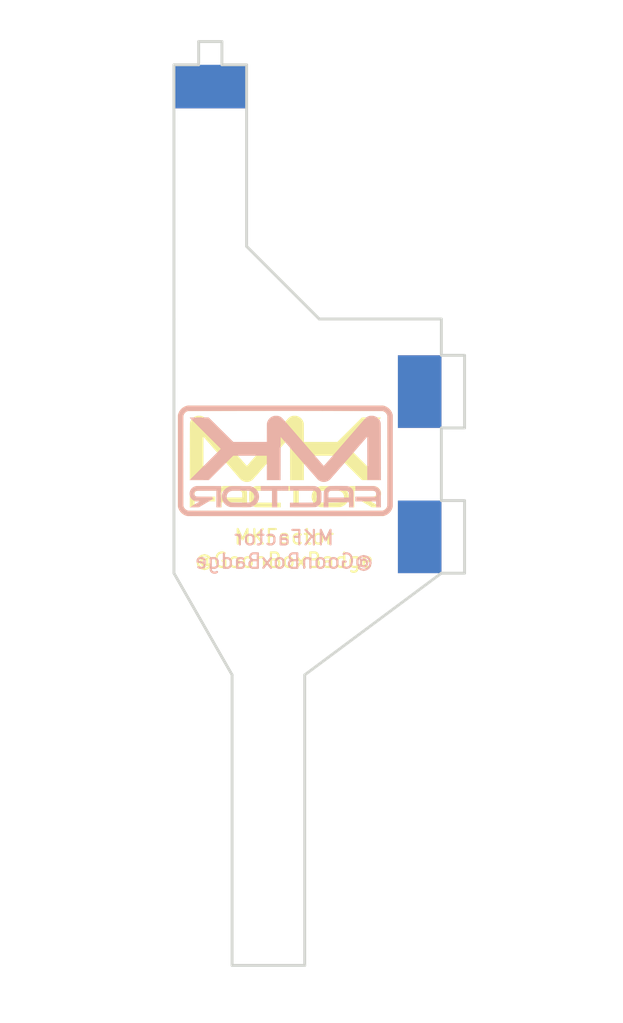
<source format=kicad_pcb>
(kicad_pcb (version 20171130) (host pcbnew "(5.1.2)-1")

  (general
    (thickness 1.6)
    (drawings 2)
    (tracks 0)
    (zones 0)
    (modules 7)
    (nets 1)
  )

  (page A4)
  (layers
    (0 F.Cu signal)
    (31 B.Cu signal)
    (32 B.Adhes user)
    (33 F.Adhes user)
    (34 B.Paste user)
    (35 F.Paste user)
    (36 B.SilkS user)
    (37 F.SilkS user)
    (38 B.Mask user)
    (39 F.Mask user)
    (40 Dwgs.User user)
    (41 Cmts.User user)
    (42 Eco1.User user)
    (43 Eco2.User user)
    (44 Edge.Cuts user)
    (45 Margin user)
    (46 B.CrtYd user)
    (47 F.CrtYd user)
    (48 B.Fab user)
    (49 F.Fab user)
  )

  (setup
    (last_trace_width 0.25)
    (trace_clearance 0.2)
    (zone_clearance 0.508)
    (zone_45_only no)
    (trace_min 0.2)
    (via_size 0.8)
    (via_drill 0.4)
    (via_min_size 0.4)
    (via_min_drill 0.3)
    (uvia_size 0.3)
    (uvia_drill 0.1)
    (uvias_allowed no)
    (uvia_min_size 0.2)
    (uvia_min_drill 0.1)
    (edge_width 0.05)
    (segment_width 0.2)
    (pcb_text_width 0.3)
    (pcb_text_size 1.5 1.5)
    (mod_edge_width 0.12)
    (mod_text_size 1 1)
    (mod_text_width 0.15)
    (pad_size 1.524 1.524)
    (pad_drill 0.762)
    (pad_to_mask_clearance 0.051)
    (solder_mask_min_width 0.25)
    (aux_axis_origin 0 0)
    (visible_elements 7FFFFFFF)
    (pcbplotparams
      (layerselection 0x010fc_ffffffff)
      (usegerberextensions true)
      (usegerberattributes false)
      (usegerberadvancedattributes false)
      (creategerberjobfile false)
      (excludeedgelayer true)
      (linewidth 0.100000)
      (plotframeref false)
      (viasonmask false)
      (mode 1)
      (useauxorigin false)
      (hpglpennumber 1)
      (hpglpenspeed 20)
      (hpglpendiameter 15.000000)
      (psnegative false)
      (psa4output false)
      (plotreference true)
      (plotvalue true)
      (plotinvisibletext false)
      (padsonsilk false)
      (subtractmaskfromsilk false)
      (outputformat 1)
      (mirror false)
      (drillshape 0)
      (scaleselection 1)
      (outputdirectory ""))
  )

  (net 0 "")

  (net_class Default "This is the default net class."
    (clearance 0.2)
    (trace_width 0.25)
    (via_dia 0.8)
    (via_drill 0.4)
    (uvia_dia 0.3)
    (uvia_drill 0.1)
  )

  (module Outline (layer F.Cu) (tedit 5D007FFD) (tstamp 5D008FF6)
    (at 140.32 102.47)
    (fp_text reference REF** (at 0 0.5) (layer F.SilkS) hide
      (effects (font (size 1 1) (thickness 0.15)))
    )
    (fp_text value Outline (at 0 -0.5) (layer F.Fab)
      (effects (font (size 1 1) (thickness 0.15)))
    )
    (fp_line (start 10.67 7.53) (end 10.67 2.53) (layer Edge.Cuts) (width 0.2))
    (fp_line (start 10.67 -2.47) (end 10.67 -7.47) (layer Edge.Cuts) (width 0.2))
    (fp_line (start -5.329999 34.53) (end -0.329998 34.53) (layer Edge.Cuts) (width 0.2))
    (fp_line (start 9.07 -2.47) (end 9.07 2.53) (layer Edge.Cuts) (width 0.2))
    (fp_line (start 0.670001 -9.97) (end 9.07 -9.97) (layer Edge.Cuts) (width 0.2))
    (fp_line (start -7.629999 -27.47) (end -7.629999 -29.07) (layer Edge.Cuts) (width 0.2))
    (fp_line (start -6.029999 -29.07) (end -6.029999 -27.47) (layer Edge.Cuts) (width 0.2))
    (fp_line (start -0.329998 14.53) (end 9.07 7.53) (layer Edge.Cuts) (width 0.2))
    (fp_line (start 9.07 7.53) (end 10.67 7.53) (layer Edge.Cuts) (width 0.2))
    (fp_line (start -9.329999 -9.97) (end -9.329999 7.53) (layer Edge.Cuts) (width 0.2))
    (fp_line (start -0.329998 34.53) (end -0.329998 14.53) (layer Edge.Cuts) (width 0.2))
    (fp_line (start 9.07 -9.97) (end 9.07 -7.47) (layer Edge.Cuts) (width 0.2))
    (fp_line (start -9.329999 -9.97) (end -9.329999 -27.47) (layer Edge.Cuts) (width 0.2))
    (fp_line (start -5.329999 14.53) (end -9.329999 7.53) (layer Edge.Cuts) (width 0.2))
    (fp_line (start 9.07 -2.47) (end 10.67 -2.47) (layer Edge.Cuts) (width 0.2))
    (fp_line (start -6.029999 -27.47) (end -4.329999 -27.47) (layer Edge.Cuts) (width 0.2))
    (fp_line (start -5.329999 14.53) (end -5.329999 34.53) (layer Edge.Cuts) (width 0.2))
    (fp_line (start -4.329999 -27.47) (end -4.329999 -14.97) (layer Edge.Cuts) (width 0.2))
    (fp_line (start 10.67 2.53) (end 9.07 2.53) (layer Edge.Cuts) (width 0.2))
    (fp_line (start 10.67 -7.47) (end 9.07 -7.47) (layer Edge.Cuts) (width 0.2))
    (fp_line (start -7.629999 -27.47) (end -9.329999 -27.47) (layer Edge.Cuts) (width 0.2))
    (fp_line (start -7.629999 -29.07) (end -6.029999 -29.07) (layer Edge.Cuts) (width 0.2))
    (fp_line (start 0.670001 -9.97) (end -4.329999 -14.97) (layer Edge.Cuts) (width 0.2))
    (pad "" np_thru_hole circle (at -2.82 32.04) (size 2.5 2.5) (drill 2.5) (layers *.Cu *.Mask))
  )

  (module libraries:MKFactorLogo (layer B.Cu) (tedit 0) (tstamp 5D009393)
    (at 138.66 102.27 180)
    (fp_text reference G*** (at 0 0) (layer B.SilkS) hide
      (effects (font (size 1.524 1.524) (thickness 0.3)) (justify mirror))
    )
    (fp_text value LOGO (at 0.75 0) (layer B.SilkS) hide
      (effects (font (size 1.524 1.524) (thickness 0.3)) (justify mirror))
    )
    (fp_poly (pts (xy -5.83945 3.101695) (xy -5.785038 3.093541) (xy -5.722564 3.07505) (xy -5.656976 3.046373)
      (xy -5.594921 3.01086) (xy -5.543042 2.97186) (xy -5.542332 2.971227) (xy -5.532603 2.9611)
      (xy -5.512278 2.938727) (xy -5.481843 2.904663) (xy -5.441779 2.859461) (xy -5.392571 2.803674)
      (xy -5.334702 2.737857) (xy -5.268656 2.662563) (xy -5.194917 2.578345) (xy -5.113968 2.485757)
      (xy -5.026292 2.385354) (xy -4.932373 2.277687) (xy -4.832695 2.163312) (xy -4.727742 2.042781)
      (xy -4.617996 1.916649) (xy -4.503942 1.785469) (xy -4.386063 1.649794) (xy -4.264842 1.510179)
      (xy -4.140764 1.367176) (xy -4.070343 1.285972) (xy -3.916816 1.108937) (xy -3.774005 0.944324)
      (xy -3.641563 0.79174) (xy -3.519145 0.650793) (xy -3.406405 0.521091) (xy -3.302999 0.40224)
      (xy -3.208581 0.293848) (xy -3.122806 0.195522) (xy -3.045329 0.106869) (xy -2.975805 0.027496)
      (xy -2.913887 -0.042988) (xy -2.859231 -0.104978) (xy -2.811492 -0.158865) (xy -2.770325 -0.205043)
      (xy -2.735383 -0.243904) (xy -2.706322 -0.275841) (xy -2.682797 -0.301246) (xy -2.664462 -0.320513)
      (xy -2.650972 -0.334033) (xy -2.641982 -0.342201) (xy -2.637146 -0.345408) (xy -2.636215 -0.345319)
      (xy -2.629838 -0.338024) (xy -2.612852 -0.31848) (xy -2.58573 -0.287235) (xy -2.548947 -0.244835)
      (xy -2.502976 -0.191826) (xy -2.448291 -0.128755) (xy -2.385365 -0.056169) (xy -2.314673 0.025386)
      (xy -2.236688 0.115363) (xy -2.151883 0.213216) (xy -2.060734 0.318397) (xy -1.963712 0.43036)
      (xy -1.861293 0.548559) (xy -1.75395 0.672447) (xy -1.642156 0.801477) (xy -1.526386 0.935102)
      (xy -1.407113 1.072777) (xy -1.284811 1.213954) (xy -1.240291 1.265345) (xy -1.116411 1.408321)
      (xy -0.995054 1.54833) (xy -0.876716 1.684802) (xy -0.761891 1.817169) (xy -0.651074 1.944863)
      (xy -0.544759 2.067315) (xy -0.443441 2.183957) (xy -0.347615 2.294219) (xy -0.257774 2.397535)
      (xy -0.174414 2.493334) (xy -0.098029 2.58105) (xy -0.029114 2.660112) (xy 0.031838 2.729954)
      (xy 0.08433 2.790005) (xy 0.127869 2.839699) (xy 0.161961 2.878465) (xy 0.18611 2.905737)
      (xy 0.199823 2.920945) (xy 0.201803 2.923044) (xy 0.271117 2.98686) (xy 0.341791 3.035839)
      (xy 0.416367 3.070967) (xy 0.497385 3.093228) (xy 0.587387 3.103607) (xy 0.668644 3.10398)
      (xy 0.72203 3.10127) (xy 0.76413 3.096898) (xy 0.800568 3.090025) (xy 0.836965 3.079812)
      (xy 0.842331 3.078084) (xy 0.935039 3.039146) (xy 1.019586 2.986151) (xy 1.094603 2.920548)
      (xy 1.158718 2.843788) (xy 1.210559 2.757321) (xy 1.248755 2.662596) (xy 1.254874 2.641935)
      (xy 1.258243 2.629386) (xy 1.261172 2.616798) (xy 1.263698 2.602923) (xy 1.26586 2.586518)
      (xy 1.267695 2.566336) (xy 1.269241 2.541134) (xy 1.270534 2.509665) (xy 1.271613 2.470684)
      (xy 1.272515 2.422947) (xy 1.273277 2.365208) (xy 1.273938 2.296223) (xy 1.274534 2.214745)
      (xy 1.275104 2.11953) (xy 1.275684 2.009332) (xy 1.276029 1.940337) (xy 1.279185 1.303432)
      (xy 3.585305 1.303432) (xy 4.432636 2.145585) (xy 5.279966 2.987737) (xy 5.932419 2.987737)
      (xy 6.035853 2.987657) (xy 6.134234 2.987425) (xy 6.226273 2.987054) (xy 6.310678 2.986556)
      (xy 6.386159 2.985944) (xy 6.451425 2.98523) (xy 6.505186 2.984427) (xy 6.546151 2.983547)
      (xy 6.573029 2.982603) (xy 6.584531 2.981608) (xy 6.584872 2.981402) (xy 6.578983 2.974849)
      (xy 6.561716 2.956937) (xy 6.533669 2.928268) (xy 6.495443 2.889445) (xy 6.447635 2.841071)
      (xy 6.390845 2.783747) (xy 6.325671 2.718077) (xy 6.252714 2.644664) (xy 6.172572 2.564109)
      (xy 6.085843 2.477015) (xy 5.993128 2.383986) (xy 5.895025 2.285623) (xy 5.792133 2.18253)
      (xy 5.685052 2.075308) (xy 5.574379 1.964561) (xy 5.512092 1.902262) (xy 4.439312 0.829457)
      (xy 5.514196 -0.245451) (xy 6.589079 -1.32036) (xy 5.277176 -1.32036) (xy 4.435055 -0.478207)
      (xy 3.592935 0.363945) (xy 1.278041 0.363945) (xy 1.278041 -1.32036) (xy 0.338601 -1.32036)
      (xy 0.336462 0.173061) (xy 0.334322 1.666481) (xy -0.939486 0.197462) (xy -1.061839 0.05643)
      (xy -1.181007 -0.080794) (xy -1.296507 -0.213658) (xy -1.407857 -0.34161) (xy -1.514573 -0.4641)
      (xy -1.616172 -0.580576) (xy -1.71217 -0.690486) (xy -1.802085 -0.79328) (xy -1.885433 -0.888406)
      (xy -1.961731 -0.975312) (xy -2.030497 -1.053448) (xy -2.091246 -1.122262) (xy -2.143495 -1.181203)
      (xy -2.186762 -1.22972) (xy -2.220563 -1.267261) (xy -2.244414 -1.293274) (xy -2.257834 -1.307209)
      (xy -2.259846 -1.309028) (xy -2.30535 -1.34078) (xy -2.361006 -1.372262) (xy -2.420306 -1.400205)
      (xy -2.476743 -1.421338) (xy -2.492602 -1.425986) (xy -2.542788 -1.435888) (xy -2.601714 -1.441911)
      (xy -2.663109 -1.443852) (xy -2.7207 -1.44151) (xy -2.767677 -1.434805) (xy -2.868447 -1.40399)
      (xy -2.960804 -1.358533) (xy -3.044409 -1.298626) (xy -3.094513 -1.251386) (xy -3.104092 -1.240773)
      (xy -3.124233 -1.21796) (xy -3.154417 -1.183544) (xy -3.194126 -1.138123) (xy -3.242839 -1.082293)
      (xy -3.300038 -1.016652) (xy -3.365205 -0.941796) (xy -3.437819 -0.858323) (xy -3.517363 -0.76683)
      (xy -3.603317 -0.667913) (xy -3.695162 -0.562169) (xy -3.792379 -0.450197) (xy -3.894448 -0.332592)
      (xy -4.000852 -0.209952) (xy -4.111071 -0.082873) (xy -4.224586 0.048046) (xy -4.340878 0.18221)
      (xy -4.37857 0.225703) (xy -4.495129 0.360189) (xy -4.6088 0.491301) (xy -4.719083 0.618465)
      (xy -4.825477 0.741105) (xy -4.927482 0.858645) (xy -5.024597 0.97051) (xy -5.116323 1.076124)
      (xy -5.202158 1.174912) (xy -5.281602 1.266298) (xy -5.354155 1.349707) (xy -5.419317 1.424563)
      (xy -5.476586 1.490291) (xy -5.525464 1.546315) (xy -5.565449 1.592059) (xy -5.59604 1.626948)
      (xy -5.616739 1.650407) (xy -5.627043 1.661859) (xy -5.628125 1.66294) (xy -5.629356 1.656803)
      (xy -5.63049 1.636661) (xy -5.631526 1.602292) (xy -5.632467 1.553476) (xy -5.633315 1.489991)
      (xy -5.634069 1.411618) (xy -5.634732 1.318134) (xy -5.635304 1.209319) (xy -5.635788 1.084951)
      (xy -5.636184 0.944811) (xy -5.636494 0.788676) (xy -5.636719 0.616326) (xy -5.63686 0.42754)
      (xy -5.636919 0.222096) (xy -5.636921 0.174008) (xy -5.636921 -1.32036) (xy -6.56819 -1.32036)
      (xy -6.565934 0.636904) (xy -6.565703 0.854121) (xy -6.565517 1.055075) (xy -6.565353 1.240432)
      (xy -6.565192 1.410857) (xy -6.565013 1.567014) (xy -6.564793 1.70957) (xy -6.564514 1.839188)
      (xy -6.564152 1.956534) (xy -6.563688 2.062274) (xy -6.563101 2.157072) (xy -6.562369 2.241593)
      (xy -6.561471 2.316502) (xy -6.560387 2.382466) (xy -6.559096 2.440147) (xy -6.557576 2.490213)
      (xy -6.555807 2.533327) (xy -6.553768 2.570156) (xy -6.551437 2.601363) (xy -6.548794 2.627614)
      (xy -6.545818 2.649575) (xy -6.542488 2.66791) (xy -6.538782 2.683284) (xy -6.53468 2.696363)
      (xy -6.530161 2.707812) (xy -6.525204 2.718295) (xy -6.519787 2.728477) (xy -6.513891 2.739025)
      (xy -6.507493 2.750603) (xy -6.500574 2.763875) (xy -6.49874 2.767576) (xy -6.48064 2.802052)
      (xy -6.461583 2.831922) (xy -6.438303 2.861483) (xy -6.407533 2.895031) (xy -6.382447 2.920534)
      (xy -6.315143 2.981485) (xy -6.248186 3.028332) (xy -6.177707 3.063366) (xy -6.09984 3.088879)
      (xy -6.097157 3.08957) (xy -6.041578 3.099665) (xy -5.975942 3.105104) (xy -5.906486 3.105807)
      (xy -5.83945 3.101695)) (layer B.SilkS) (width 0.01))
    (fp_poly (pts (xy 5.693243 -1.733019) (xy 5.788155 -1.733195) (xy 5.874159 -1.733484) (xy 5.949995 -1.733881)
      (xy 6.014405 -1.734382) (xy 6.066128 -1.734982) (xy 6.103907 -1.735677) (xy 6.126481 -1.736461)
      (xy 6.130713 -1.736771) (xy 6.218951 -1.753885) (xy 6.300827 -1.785629) (xy 6.375085 -1.830496)
      (xy 6.440471 -1.886977) (xy 6.495731 -1.953565) (xy 6.53961 -2.028751) (xy 6.570853 -2.111027)
      (xy 6.588207 -2.198886) (xy 6.590498 -2.28947) (xy 6.576909 -2.381191) (xy 6.548078 -2.46726)
      (xy 6.505165 -2.54621) (xy 6.449333 -2.616574) (xy 6.381742 -2.676884) (xy 6.303551 -2.725671)
      (xy 6.217596 -2.760942) (xy 6.188901 -2.768323) (xy 6.153653 -2.77394) (xy 6.108753 -2.77814)
      (xy 6.051101 -2.781271) (xy 6.027787 -2.782162) (xy 5.889663 -2.787012) (xy 6.057411 -2.886177)
      (xy 6.118834 -2.922493) (xy 6.189177 -2.964092) (xy 6.26279 -3.007632) (xy 6.334027 -3.049773)
      (xy 6.397239 -3.087174) (xy 6.398667 -3.08802) (xy 6.572176 -3.190697) (xy 6.263246 -3.190726)
      (xy 5.954316 -3.190756) (xy 5.5015 -2.923739) (xy 5.420819 -2.875983) (xy 5.343993 -2.830162)
      (xy 5.272353 -2.787092) (xy 5.207228 -2.747588) (xy 5.149947 -2.712467) (xy 5.101841 -2.682543)
      (xy 5.064239 -2.658634) (xy 5.03847 -2.641554) (xy 5.025865 -2.63212) (xy 5.025409 -2.631659)
      (xy 5.00719 -2.600622) (xy 5.002101 -2.56451) (xy 5.009456 -2.528037) (xy 5.028571 -2.495913)
      (xy 5.047554 -2.479211) (xy 5.053771 -2.476689) (xy 5.065107 -2.474482) (xy 5.082737 -2.472553)
      (xy 5.107832 -2.47087) (xy 5.141567 -2.469397) (xy 5.185114 -2.4681) (xy 5.239646 -2.466943)
      (xy 5.306337 -2.465894) (xy 5.38636 -2.464917) (xy 5.480888 -2.463977) (xy 5.591094 -2.463041)
      (xy 5.598834 -2.462979) (xy 5.707898 -2.462082) (xy 5.801314 -2.461223) (xy 5.880363 -2.46036)
      (xy 5.946324 -2.459451) (xy 6.000478 -2.458451) (xy 6.044103 -2.457318) (xy 6.078481 -2.456009)
      (xy 6.104891 -2.454481) (xy 6.124613 -2.452691) (xy 6.138927 -2.450596) (xy 6.149113 -2.448153)
      (xy 6.156451 -2.44532) (xy 6.158666 -2.444182) (xy 6.198586 -2.415239) (xy 6.233746 -2.376891)
      (xy 6.255873 -2.340441) (xy 6.266762 -2.303319) (xy 6.271135 -2.259024) (xy 6.268791 -2.215177)
      (xy 6.260073 -2.180669) (xy 6.236272 -2.14056) (xy 6.201794 -2.10325) (xy 6.162563 -2.074864)
      (xy 6.153216 -2.070114) (xy 6.146006 -2.066926) (xy 6.1383 -2.064143) (xy 6.12895 -2.061731)
      (xy 6.116806 -2.05966) (xy 6.100719 -2.057898) (xy 6.079539 -2.056412) (xy 6.052117 -2.05517)
      (xy 6.017304 -2.054142) (xy 5.973951 -2.053294) (xy 5.920907 -2.052595) (xy 5.857024 -2.052013)
      (xy 5.781153 -2.051516) (xy 5.692144 -2.051072) (xy 5.588847 -2.05065) (xy 5.470114 -2.050217)
      (xy 5.431673 -2.050081) (xy 4.748218 -2.04768) (xy 4.748218 -3.19087) (xy 4.426592 -3.19087)
      (xy 4.426592 -1.736214) (xy 5.2497 -1.733535) (xy 5.367652 -1.733214) (xy 5.481732 -1.733023)
      (xy 5.590682 -1.73296) (xy 5.693243 -1.733019)) (layer B.SilkS) (width 0.01))
    (fp_poly (pts (xy 3.325986 -1.7393) (xy 3.422044 -1.739414) (xy 3.504904 -1.739735) (xy 3.575811 -1.740357)
      (xy 3.636007 -1.741373) (xy 3.686735 -1.742875) (xy 3.72924 -1.744958) (xy 3.764764 -1.747714)
      (xy 3.794551 -1.751237) (xy 3.819844 -1.755619) (xy 3.841886 -1.760954) (xy 3.861922 -1.767336)
      (xy 3.881193 -1.774857) (xy 3.900945 -1.78361) (xy 3.922419 -1.79369) (xy 3.942828 -1.80331)
      (xy 4.04006 -1.857466) (xy 4.12668 -1.92367) (xy 4.201557 -2.000689) (xy 4.26356 -2.087294)
      (xy 4.311557 -2.182254) (xy 4.325732 -2.219819) (xy 4.350934 -2.308855) (xy 4.363818 -2.396418)
      (xy 4.365322 -2.48941) (xy 4.364567 -2.505298) (xy 4.350354 -2.614828) (xy 4.320641 -2.718623)
      (xy 4.276229 -2.81551) (xy 4.217918 -2.904317) (xy 4.14651 -2.983871) (xy 4.062804 -3.053001)
      (xy 3.967603 -3.110534) (xy 3.942828 -3.122629) (xy 3.918921 -3.133913) (xy 3.897896 -3.143769)
      (xy 3.878488 -3.152295) (xy 3.859431 -3.159592) (xy 3.83946 -3.165758) (xy 3.817309 -3.170892)
      (xy 3.791713 -3.175094) (xy 3.761406 -3.178463) (xy 3.725123 -3.181097) (xy 3.681597 -3.183096)
      (xy 3.629565 -3.18456) (xy 3.567759 -3.185586) (xy 3.494916 -3.186276) (xy 3.409768 -3.186726)
      (xy 3.311051 -3.187038) (xy 3.197499 -3.187309) (xy 3.114695 -3.187512) (xy 3.009834 -3.187699)
      (xy 2.909176 -3.187711) (xy 2.81411 -3.187559) (xy 2.726025 -3.187252) (xy 2.646311 -3.1868)
      (xy 2.576354 -3.186214) (xy 2.517545 -3.185503) (xy 2.471272 -3.184677) (xy 2.438923 -3.183746)
      (xy 2.421887 -3.18272) (xy 2.42066 -3.182545) (xy 2.367682 -3.169931) (xy 2.307368 -3.150231)
      (xy 2.246368 -3.125897) (xy 2.191331 -3.099379) (xy 2.183672 -3.095181) (xy 2.136968 -3.064402)
      (xy 2.085794 -3.022936) (xy 2.034181 -2.974737) (xy 1.98616 -2.923756) (xy 1.945763 -2.873946)
      (xy 1.922557 -2.839164) (xy 1.874576 -2.744776) (xy 1.842152 -2.650098) (xy 1.824264 -2.551402)
      (xy 1.819942 -2.467159) (xy 2.136849 -2.467159) (xy 2.144408 -2.539234) (xy 2.164305 -2.608726)
      (xy 2.195876 -2.673829) (xy 2.23846 -2.732737) (xy 2.291394 -2.783644) (xy 2.354014 -2.824743)
      (xy 2.425659 -2.854229) (xy 2.492603 -2.868738) (xy 2.512496 -2.870232) (xy 2.547498 -2.871561)
      (xy 2.595794 -2.872725) (xy 2.655566 -2.873722) (xy 2.724997 -2.874553) (xy 2.80227 -2.875218)
      (xy 2.885569 -2.875715) (xy 2.973077 -2.876043) (xy 3.062976 -2.876204) (xy 3.153449 -2.876195)
      (xy 3.24268 -2.876017) (xy 3.328853 -2.875669) (xy 3.410149 -2.875151) (xy 3.484752 -2.874461)
      (xy 3.550845 -2.8736) (xy 3.606611 -2.872567) (xy 3.650234 -2.871361) (xy 3.679896 -2.869983)
      (xy 3.690237 -2.869072) (xy 3.76764 -2.85096) (xy 3.839525 -2.818143) (xy 3.903834 -2.772428)
      (xy 3.958507 -2.71562) (xy 4.001488 -2.649527) (xy 4.030716 -2.575954) (xy 4.032744 -2.568481)
      (xy 4.045653 -2.487626) (xy 4.042799 -2.408803) (xy 4.02534 -2.333701) (xy 3.994437 -2.26401)
      (xy 3.951251 -2.20142) (xy 3.89694 -2.147619) (xy 3.832667 -2.104297) (xy 3.759589 -2.073143)
      (xy 3.680875 -2.056085) (xy 3.655552 -2.054184) (xy 3.613999 -2.052595) (xy 3.55691 -2.051327)
      (xy 3.484979 -2.050385) (xy 3.398902 -2.049777) (xy 3.299372 -2.049507) (xy 3.187085 -2.049584)
      (xy 3.062734 -2.050013) (xy 3.041855 -2.050114) (xy 2.929983 -2.050692) (xy 2.833728 -2.051244)
      (xy 2.751781 -2.051814) (xy 2.68283 -2.052447) (xy 2.625565 -2.053185) (xy 2.578677 -2.054075)
      (xy 2.540854 -2.055158) (xy 2.510787 -2.056479) (xy 2.487166 -2.058082) (xy 2.468679 -2.060012)
      (xy 2.454017 -2.062311) (xy 2.441869 -2.065024) (xy 2.430926 -2.068195) (xy 2.422792 -2.070875)
      (xy 2.347368 -2.104673) (xy 2.280659 -2.152427) (xy 2.243247 -2.189157) (xy 2.194827 -2.253501)
      (xy 2.161396 -2.322486) (xy 2.142291 -2.394308) (xy 2.136849 -2.467159) (xy 1.819942 -2.467159)
      (xy 1.819727 -2.462979) (xy 1.827774 -2.351813) (xy 1.851366 -2.246085) (xy 1.889684 -2.146914)
      (xy 1.941905 -2.055418) (xy 2.007209 -1.972714) (xy 2.084774 -1.89992) (xy 2.17378 -1.838154)
      (xy 2.273406 -1.788534) (xy 2.330592 -1.767425) (xy 2.416428 -1.73932) (xy 3.089304 -1.73932)
      (xy 3.215487 -1.739299) (xy 3.325986 -1.7393)) (layer B.SilkS) (width 0.01))
    (fp_poly (pts (xy 1.692769 -2.048251) (xy 0.92256 -2.048251) (xy 0.92256 -3.19087) (xy 0.567078 -3.19087)
      (xy 0.567078 -2.048251) (xy -0.203132 -2.048251) (xy -0.203132 -1.735088) (xy 1.692769 -1.735088)
      (xy 1.692769 -2.048251)) (layer B.SilkS) (width 0.01))
    (fp_poly (pts (xy -1.523249 -1.731935) (xy -1.415111 -1.732112) (xy -1.292583 -1.732387) (xy -1.154667 -1.732747)
      (xy -1.072792 -1.732972) (xy -0.313162 -1.735088) (xy -0.313162 -2.047706) (xy -1.15743 -2.050094)
      (xy -2.001699 -2.052482) (xy -2.046171 -2.077123) (xy -2.094386 -2.111868) (xy -2.12894 -2.155766)
      (xy -2.145912 -2.193065) (xy -2.150112 -2.214053) (xy -2.153529 -2.249066) (xy -2.156162 -2.295218)
      (xy -2.158012 -2.349624) (xy -2.159078 -2.4094) (xy -2.159361 -2.471661) (xy -2.158861 -2.533522)
      (xy -2.157577 -2.592097) (xy -2.15551 -2.644501) (xy -2.152659 -2.687851) (xy -2.149025 -2.71926)
      (xy -2.145912 -2.732893) (xy -2.119971 -2.784349) (xy -2.081516 -2.825319) (xy -2.046171 -2.848835)
      (xy -2.001699 -2.873475) (xy -1.15743 -2.875864) (xy -0.313162 -2.878252) (xy -0.313162 -3.19087)
      (xy -1.170126 -3.190164) (xy -1.313308 -3.190015) (xy -1.440533 -3.189806) (xy -1.552772 -3.189524)
      (xy -1.650995 -3.189156) (xy -1.736172 -3.188686) (xy -1.809275 -3.188102) (xy -1.871274 -3.18739)
      (xy -1.92314 -3.186535) (xy -1.965842 -3.185524) (xy -2.000353 -3.184343) (xy -2.027642 -3.182979)
      (xy -2.04868 -3.181416) (xy -2.064437 -3.179642) (xy -2.075885 -3.177643) (xy -2.07777 -3.177208)
      (xy -2.160412 -3.148949) (xy -2.2379 -3.106355) (xy -2.307624 -3.051526) (xy -2.366977 -2.986565)
      (xy -2.413352 -2.913572) (xy -2.418843 -2.902446) (xy -2.433507 -2.871024) (xy -2.445407 -2.843086)
      (xy -2.454831 -2.816403) (xy -2.462068 -2.788749) (xy -2.467404 -2.757896) (xy -2.471129 -2.721618)
      (xy -2.473531 -2.677688) (xy -2.474896 -2.623878) (xy -2.475514 -2.557961) (xy -2.475673 -2.477711)
      (xy -2.475674 -2.462979) (xy -2.475564 -2.380147) (xy -2.47504 -2.312017) (xy -2.473817 -2.256363)
      (xy -2.471606 -2.210961) (xy -2.468123 -2.173585) (xy -2.463078 -2.142009) (xy -2.456186 -2.114009)
      (xy -2.447159 -2.087358) (xy -2.43571 -2.059833) (xy -2.421553 -2.029207) (xy -2.41906 -2.02396)
      (xy -2.374944 -1.950149) (xy -2.317461 -1.883576) (xy -2.249451 -1.826581) (xy -2.173749 -1.781502)
      (xy -2.093193 -1.750678) (xy -2.084829 -1.748431) (xy -2.073415 -1.745616) (xy -2.061576 -1.743115)
      (xy -2.048314 -1.740911) (xy -2.032632 -1.738989) (xy -2.013532 -1.737334) (xy -1.990016 -1.73593)
      (xy -1.961088 -1.734763) (xy -1.92575 -1.733818) (xy -1.883004 -1.733078) (xy -1.831853 -1.732529)
      (xy -1.7713 -1.732155) (xy -1.700346 -1.731942) (xy -1.617995 -1.731874) (xy -1.523249 -1.731935)) (layer B.SilkS) (width 0.01))
    (fp_poly (pts (xy -3.665406 -1.726771) (xy -3.547176 -1.726821) (xy -3.444533 -1.726972) (xy -3.356137 -1.727327)
      (xy -3.280647 -1.727987) (xy -3.216723 -1.729054) (xy -3.163023 -1.730629) (xy -3.118208 -1.732815)
      (xy -3.080937 -1.735713) (xy -3.04987 -1.739425) (xy -3.023666 -1.744053) (xy -3.000984 -1.749699)
      (xy -2.980484 -1.756465) (xy -2.960825 -1.764451) (xy -2.940668 -1.773761) (xy -2.921119 -1.783292)
      (xy -2.857862 -1.82207) (xy -2.797439 -1.873375) (xy -2.7442 -1.932876) (xy -2.702497 -1.996241)
      (xy -2.697445 -2.005931) (xy -2.685582 -2.029469) (xy -2.675402 -2.050298) (xy -2.666767 -2.069871)
      (xy -2.659542 -2.089639) (xy -2.65359 -2.111055) (xy -2.648774 -2.135572) (xy -2.644959 -2.164643)
      (xy -2.642008 -2.199719) (xy -2.639783 -2.242252) (xy -2.63815 -2.293697) (xy -2.636972 -2.355504)
      (xy -2.636112 -2.429126) (xy -2.635433 -2.516016) (xy -2.6348 -2.617627) (xy -2.634443 -2.676691)
      (xy -2.631299 -3.19087) (xy -2.953882 -3.19087) (xy -2.953882 -2.843852) (xy -4.384272 -2.843852)
      (xy -4.384272 -3.19087) (xy -4.697434 -3.19087) (xy -4.697434 -2.682145) (xy -4.697427 -2.571206)
      (xy -4.697373 -2.522226) (xy -4.385829 -2.522226) (xy -2.953882 -2.522226) (xy -2.953882 -2.371384)
      (xy -2.954397 -2.305336) (xy -2.956395 -2.253494) (xy -2.960558 -2.213157) (xy -2.967565 -2.181623)
      (xy -2.978097 -2.156189) (xy -2.992833 -2.134153) (xy -3.012456 -2.112814) (xy -3.021063 -2.10458)
      (xy -3.048662 -2.082244) (xy -3.077108 -2.064705) (xy -3.094533 -2.057468) (xy -3.109523 -2.055667)
      (xy -3.139653 -2.054056) (xy -3.183141 -2.052635) (xy -3.238203 -2.051405) (xy -3.303058 -2.050369)
      (xy -3.375924 -2.049526) (xy -3.455016 -2.048879) (xy -3.538553 -2.048428) (xy -3.624753 -2.048174)
      (xy -3.711832 -2.048119) (xy -3.798009 -2.048263) (xy -3.8815 -2.048609) (xy -3.960523 -2.049156)
      (xy -4.033295 -2.049907) (xy -4.098035 -2.050862) (xy -4.152959 -2.052023) (xy -4.196285 -2.05339)
      (xy -4.22623 -2.054965) (xy -4.240939 -2.056728) (xy -4.274287 -2.072223) (xy -4.309298 -2.098554)
      (xy -4.340686 -2.131123) (xy -4.361121 -2.161306) (xy -4.367664 -2.174945) (xy -4.372566 -2.189539)
      (xy -4.37613 -2.207848) (xy -4.378656 -2.232628) (xy -4.380447 -2.266639) (xy -4.381804 -2.312638)
      (xy -4.382768 -2.359297) (xy -4.385829 -2.522226) (xy -4.697373 -2.522226) (xy -4.697321 -2.475749)
      (xy -4.696984 -2.394329) (xy -4.696285 -2.3255) (xy -4.695093 -2.267817) (xy -4.693278 -2.219833)
      (xy -4.690709 -2.180103) (xy -4.687254 -2.147183) (xy -4.682783 -2.119625) (xy -4.677166 -2.095985)
      (xy -4.67027 -2.074817) (xy -4.661965 -2.054676) (xy -4.652121 -2.034115) (xy -4.640607 -2.01169)
      (xy -4.635916 -2.002668) (xy -4.5868 -1.925337) (xy -4.525993 -1.86019) (xy -4.453142 -1.806887)
      (xy -4.40869 -1.782917) (xy -4.368852 -1.765252) (xy -4.32817 -1.749774) (xy -4.292931 -1.738775)
      (xy -4.279035 -1.735621) (xy -4.258814 -1.733618) (xy -4.22218 -1.731856) (xy -4.169647 -1.730343)
      (xy -4.101727 -1.729086) (xy -4.018935 -1.728093) (xy -3.921783 -1.727371) (xy -3.810785 -1.726927)
      (xy -3.686453 -1.72677) (xy -3.665406 -1.726771)) (layer B.SilkS) (width 0.01))
    (fp_poly (pts (xy -4.815928 -2.047548) (xy -5.452832 -2.050015) (xy -5.574309 -2.050469) (xy -5.680051 -2.050886)
      (xy -5.77125 -2.051354) (xy -5.849099 -2.051961) (xy -5.91479 -2.052796) (xy -5.969516 -2.053947)
      (xy -6.014468 -2.055502) (xy -6.050839 -2.057551) (xy -6.079822 -2.06018) (xy -6.102608 -2.063479)
      (xy -6.12039 -2.067537) (xy -6.13436 -2.07244) (xy -6.145711 -2.078279) (xy -6.155634 -2.08514)
      (xy -6.165323 -2.093114) (xy -6.17597 -2.102287) (xy -6.1777 -2.103753) (xy -6.198352 -2.126127)
      (xy -6.218346 -2.155588) (xy -6.226285 -2.17063) (xy -6.234145 -2.188965) (xy -6.239626 -2.20687)
      (xy -6.243151 -2.227902) (xy -6.245146 -2.255621) (xy -6.246034 -2.293583) (xy -6.246235 -2.338137)
      (xy -6.246318 -2.462979) (xy -4.815928 -2.462979) (xy -4.815928 -2.784605) (xy -6.246318 -2.784605)
      (xy -6.246318 -3.19087) (xy -6.568679 -3.19087) (xy -6.563617 -2.162512) (xy -6.540579 -2.094802)
      (xy -6.502895 -2.009156) (xy -6.451908 -1.932567) (xy -6.389151 -1.866471) (xy -6.31616 -1.812302)
      (xy -6.234471 -1.771495) (xy -6.173562 -1.751808) (xy -6.160766 -1.748696) (xy -6.147571 -1.745995)
      (xy -6.132742 -1.743677) (xy -6.115041 -1.741712) (xy -6.093232 -1.740071) (xy -6.066079 -1.738724)
      (xy -6.032344 -1.737644) (xy -5.990791 -1.736801) (xy -5.940183 -1.736166) (xy -5.879284 -1.735709)
      (xy -5.806857 -1.735403) (xy -5.721666 -1.735216) (xy -5.622473 -1.735122) (xy -5.508042 -1.73509)
      (xy -5.462058 -1.735088) (xy -4.815928 -1.735088) (xy -4.815928 -2.047548)) (layer B.SilkS) (width 0.01))
    (fp_poly (pts (xy 6.809164 3.785142) (xy 6.917548 3.745552) (xy 7.018448 3.691517) (xy 7.110543 3.624355)
      (xy 7.192513 3.545389) (xy 7.263039 3.455936) (xy 7.320802 3.357317) (xy 7.36448 3.250852)
      (xy 7.373813 3.220493) (xy 7.393169 3.152782) (xy 7.393169 -3.144318) (xy 7.373813 -3.212029)
      (xy 7.334115 -3.320802) (xy 7.279973 -3.421876) (xy 7.212568 -3.514061) (xy 7.133085 -3.596165)
      (xy 7.042705 -3.666995) (xy 6.942612 -3.725361) (xy 6.833987 -3.770071) (xy 6.813396 -3.776645)
      (xy 6.749917 -3.796035) (xy 0.025392 -3.797494) (xy -0.386204 -3.79758) (xy -0.781202 -3.797655)
      (xy -1.159932 -3.79772) (xy -1.522723 -3.797773) (xy -1.869906 -3.797814) (xy -2.201809 -3.797843)
      (xy -2.518763 -3.797859) (xy -2.821097 -3.797861) (xy -3.109142 -3.797849) (xy -3.383226 -3.797823)
      (xy -3.643679 -3.797781) (xy -3.890832 -3.797725) (xy -4.125013 -3.797652) (xy -4.346554 -3.797562)
      (xy -4.555782 -3.797456) (xy -4.753029 -3.797332) (xy -4.938623 -3.79719) (xy -5.112895 -3.79703)
      (xy -5.276174 -3.79685) (xy -5.42879 -3.796651) (xy -5.571072 -3.796432) (xy -5.703351 -3.796192)
      (xy -5.825956 -3.795932) (xy -5.939216 -3.795649) (xy -6.043463 -3.795345) (xy -6.139024 -3.795018)
      (xy -6.22623 -3.794668) (xy -6.305411 -3.794295) (xy -6.376896 -3.793897) (xy -6.441015 -3.793475)
      (xy -6.498098 -3.793028) (xy -6.548475 -3.792555) (xy -6.592475 -3.792057) (xy -6.630427 -3.791531)
      (xy -6.662662 -3.790979) (xy -6.68951 -3.790398) (xy -6.7113 -3.78979) (xy -6.728361 -3.789153)
      (xy -6.741024 -3.788487) (xy -6.749618 -3.787792) (xy -6.754148 -3.78714) (xy -6.866177 -3.754726)
      (xy -6.970394 -3.70776) (xy -7.065797 -3.647192) (xy -7.151379 -3.573967) (xy -7.226138 -3.489035)
      (xy -7.289067 -3.393342) (xy -7.339163 -3.287838) (xy -7.365598 -3.210239) (xy -7.384705 -3.144318)
      (xy -7.384705 0.027518) (xy -7.026354 0.027518) (xy -7.026334 -0.17249) (xy -7.026264 -0.371851)
      (xy -7.026142 -0.569832) (xy -7.025969 -0.765702) (xy -7.025745 -0.958728) (xy -7.02547 -1.148178)
      (xy -7.025143 -1.333319) (xy -7.024766 -1.51342) (xy -7.024337 -1.687747) (xy -7.023858 -1.855569)
      (xy -7.023327 -2.016154) (xy -7.022745 -2.168769) (xy -7.022112 -2.312682) (xy -7.021428 -2.44716)
      (xy -7.020692 -2.571472) (xy -7.019906 -2.684885) (xy -7.019069 -2.786666) (xy -7.01818 -2.876084)
      (xy -7.01724 -2.952407) (xy -7.016249 -3.014901) (xy -7.015207 -3.062835) (xy -7.014114 -3.095476)
      (xy -7.01297 -3.112092) (xy -7.012696 -3.113583) (xy -6.985236 -3.186638) (xy -6.944268 -3.254617)
      (xy -6.892188 -3.315132) (xy -6.831391 -3.365796) (xy -6.764272 -3.404222) (xy -6.698416 -3.426849)
      (xy -6.688041 -3.427303) (xy -6.661008 -3.427749) (xy -6.617587 -3.428187) (xy -6.558049 -3.428614)
      (xy -6.482663 -3.429033) (xy -6.3917 -3.429441) (xy -6.285429 -3.429838) (xy -6.164122 -3.430225)
      (xy -6.028047 -3.430602) (xy -5.877475 -3.430966) (xy -5.712676 -3.431319) (xy -5.53392 -3.43166)
      (xy -5.341477 -3.431988) (xy -5.135617 -3.432304) (xy -4.916611 -3.432607) (xy -4.684727 -3.432896)
      (xy -4.440237 -3.433171) (xy -4.183411 -3.433433) (xy -3.914518 -3.433679) (xy -3.633828 -3.433911)
      (xy -3.341612 -3.434128) (xy -3.03814 -3.434329) (xy -2.723681 -3.434515) (xy -2.398506 -3.434684)
      (xy -2.062885 -3.434837) (xy -1.717088 -3.434972) (xy -1.361385 -3.435091) (xy -0.996046 -3.435192)
      (xy -0.621341 -3.435275) (xy -0.23754 -3.43534) (xy 0 -3.43537) (xy 0.408534 -3.435413)
      (xy 0.800475 -3.435448) (xy 1.176158 -3.435474) (xy 1.535916 -3.43549) (xy 1.880084 -3.435497)
      (xy 2.208998 -3.435493) (xy 2.52299 -3.435478) (xy 2.822397 -3.435451) (xy 3.107552 -3.435412)
      (xy 3.37879 -3.43536) (xy 3.636445 -3.435294) (xy 3.880852 -3.435215) (xy 4.112346 -3.435122)
      (xy 4.331261 -3.435013) (xy 4.537931 -3.434889) (xy 4.732691 -3.434748) (xy 4.915876 -3.434591)
      (xy 5.087819 -3.434416) (xy 5.248856 -3.434223) (xy 5.399321 -3.434012) (xy 5.539549 -3.433782)
      (xy 5.669874 -3.433533) (xy 5.79063 -3.433263) (xy 5.902152 -3.432973) (xy 6.004775 -3.432661)
      (xy 6.098833 -3.432327) (xy 6.184661 -3.431971) (xy 6.262592 -3.431592) (xy 6.332962 -3.43119)
      (xy 6.396106 -3.430763) (xy 6.452357 -3.430312) (xy 6.50205 -3.429835) (xy 6.54552 -3.429333)
      (xy 6.583101 -3.428804) (xy 6.615128 -3.428249) (xy 6.641934 -3.427665) (xy 6.663856 -3.427054)
      (xy 6.681227 -3.426414) (xy 6.694381 -3.425745) (xy 6.703654 -3.425047) (xy 6.70938 -3.424317)
      (xy 6.710717 -3.424026) (xy 6.788526 -3.394811) (xy 6.859027 -3.351474) (xy 6.920292 -3.295943)
      (xy 6.970393 -3.230144) (xy 7.007404 -3.156005) (xy 7.021161 -3.113583) (xy 7.022317 -3.100801)
      (xy 7.023422 -3.071824) (xy 7.024476 -3.027385) (xy 7.025479 -2.968214) (xy 7.02643 -2.895045)
      (xy 7.027331 -2.80861) (xy 7.02818 -2.70964) (xy 7.028979 -2.598869) (xy 7.029726 -2.477029)
      (xy 7.030422 -2.344852) (xy 7.031067 -2.203069) (xy 7.03166 -2.052414) (xy 7.032203 -1.893619)
      (xy 7.032695 -1.727416) (xy 7.033135 -1.554537) (xy 7.033525 -1.375715) (xy 7.033863 -1.191682)
      (xy 7.03415 -1.003169) (xy 7.034386 -0.81091) (xy 7.034571 -0.615637) (xy 7.034704 -0.418082)
      (xy 7.034787 -0.218977) (xy 7.034819 -0.019054) (xy 7.034799 0.180954) (xy 7.034728 0.380315)
      (xy 7.034606 0.578296) (xy 7.034433 0.774166) (xy 7.034209 0.967192) (xy 7.033934 1.156642)
      (xy 7.033608 1.341783) (xy 7.03323 1.521884) (xy 7.032802 1.696211) (xy 7.032322 1.864033)
      (xy 7.031791 2.024618) (xy 7.031209 2.177233) (xy 7.030576 2.321146) (xy 7.029892 2.455624)
      (xy 7.029157 2.579936) (xy 7.028371 2.693349) (xy 7.027533 2.79513) (xy 7.026644 2.884548)
      (xy 7.025705 2.960871) (xy 7.024714 3.023365) (xy 7.023672 3.071299) (xy 7.022579 3.10394)
      (xy 7.021435 3.120556) (xy 7.021161 3.122047) (xy 6.991946 3.199856) (xy 6.948609 3.270356)
      (xy 6.893077 3.331621) (xy 6.827279 3.381723) (xy 6.75314 3.418733) (xy 6.710717 3.43249)
      (xy 6.699329 3.433279) (xy 6.671508 3.434044) (xy 6.627749 3.434786) (xy 6.568546 3.435504)
      (xy 6.494395 3.4362) (xy 6.405791 3.436871) (xy 6.303227 3.437519) (xy 6.1872 3.438144)
      (xy 6.058204 3.438746) (xy 5.916733 3.439324) (xy 5.763283 3.439879) (xy 5.598348 3.44041)
      (xy 5.422423 3.440918) (xy 5.236004 3.441402) (xy 5.039584 3.441863) (xy 4.833658 3.442301)
      (xy 4.618722 3.442715) (xy 4.39527 3.443106) (xy 4.163797 3.443474) (xy 3.924798 3.443818)
      (xy 3.678768 3.444139) (xy 3.426201 3.444436) (xy 3.167593 3.44471) (xy 2.903437 3.444961)
      (xy 2.63423 3.445188) (xy 2.360465 3.445392) (xy 2.082638 3.445572) (xy 1.801243 3.445729)
      (xy 1.516775 3.445863) (xy 1.22973 3.445973) (xy 0.940601 3.44606) (xy 0.649884 3.446123)
      (xy 0.358073 3.446163) (xy 0.065664 3.44618) (xy -0.22685 3.446173) (xy -0.518972 3.446143)
      (xy -0.810209 3.446089) (xy -1.100065 3.446012) (xy -1.388046 3.445912) (xy -1.673656 3.445788)
      (xy -1.956402 3.445641) (xy -2.235788 3.44547) (xy -2.511319 3.445276) (xy -2.7825 3.445059)
      (xy -3.048838 3.444818) (xy -3.309836 3.444554) (xy -3.565001 3.444267) (xy -3.813836 3.443956)
      (xy -4.055849 3.443621) (xy -4.290542 3.443264) (xy -4.517423 3.442882) (xy -4.735996 3.442478)
      (xy -4.945766 3.44205) (xy -5.146238 3.441599) (xy -5.336918 3.441124) (xy -5.517311 3.440626)
      (xy -5.686921 3.440105) (xy -5.845255 3.43956) (xy -5.991817 3.438991) (xy -6.126112 3.4384)
      (xy -6.247646 3.437785) (xy -6.355924 3.437146) (xy -6.450451 3.436484) (xy -6.530733 3.435799)
      (xy -6.596273 3.435091) (xy -6.646578 3.434359) (xy -6.681153 3.433603) (xy -6.699503 3.432824)
      (xy -6.702253 3.43249) (xy -6.780062 3.403275) (xy -6.850563 3.359938) (xy -6.911827 3.304407)
      (xy -6.961929 3.238608) (xy -6.998939 3.164469) (xy -7.012696 3.122047) (xy -7.013853 3.109265)
      (xy -7.014958 3.080288) (xy -7.016011 3.035849) (xy -7.017014 2.976678) (xy -7.017966 2.903509)
      (xy -7.018866 2.817074) (xy -7.019716 2.718104) (xy -7.020514 2.607333) (xy -7.021261 2.485493)
      (xy -7.021957 2.353316) (xy -7.022602 2.211533) (xy -7.023196 2.060878) (xy -7.023739 1.902083)
      (xy -7.02423 1.73588) (xy -7.024671 1.563001) (xy -7.02506 1.384179) (xy -7.025398 1.200146)
      (xy -7.025685 1.011633) (xy -7.025921 0.819374) (xy -7.026106 0.624101) (xy -7.02624 0.426546)
      (xy -7.026322 0.227441) (xy -7.026354 0.027518) (xy -7.384705 0.027518) (xy -7.384705 3.152782)
      (xy -7.365348 3.220493) (xy -7.325758 3.328877) (xy -7.271723 3.429777) (xy -7.204562 3.521872)
      (xy -7.125595 3.603842) (xy -7.036142 3.674369) (xy -6.937523 3.732131) (xy -6.831058 3.775809)
      (xy -6.800699 3.785142) (xy -6.732989 3.804499) (xy 6.741453 3.804499) (xy 6.809164 3.785142)) (layer B.SilkS) (width 0.01))
  )

  (module libraries:MKFactorLogo (layer F.Cu) (tedit 0) (tstamp 5D009328)
    (at 138.65 102.27)
    (fp_text reference G*** (at 0 0) (layer F.SilkS) hide
      (effects (font (size 1.524 1.524) (thickness 0.3)))
    )
    (fp_text value LOGO (at 0.75 0) (layer F.SilkS) hide
      (effects (font (size 1.524 1.524) (thickness 0.3)))
    )
    (fp_poly (pts (xy 6.809164 -3.785142) (xy 6.917548 -3.745552) (xy 7.018448 -3.691517) (xy 7.110543 -3.624355)
      (xy 7.192513 -3.545389) (xy 7.263039 -3.455936) (xy 7.320802 -3.357317) (xy 7.36448 -3.250852)
      (xy 7.373813 -3.220493) (xy 7.393169 -3.152782) (xy 7.393169 3.144318) (xy 7.373813 3.212029)
      (xy 7.334115 3.320802) (xy 7.279973 3.421876) (xy 7.212568 3.514061) (xy 7.133085 3.596165)
      (xy 7.042705 3.666995) (xy 6.942612 3.725361) (xy 6.833987 3.770071) (xy 6.813396 3.776645)
      (xy 6.749917 3.796035) (xy 0.025392 3.797494) (xy -0.386204 3.79758) (xy -0.781202 3.797655)
      (xy -1.159932 3.79772) (xy -1.522723 3.797773) (xy -1.869906 3.797814) (xy -2.201809 3.797843)
      (xy -2.518763 3.797859) (xy -2.821097 3.797861) (xy -3.109142 3.797849) (xy -3.383226 3.797823)
      (xy -3.643679 3.797781) (xy -3.890832 3.797725) (xy -4.125013 3.797652) (xy -4.346554 3.797562)
      (xy -4.555782 3.797456) (xy -4.753029 3.797332) (xy -4.938623 3.79719) (xy -5.112895 3.79703)
      (xy -5.276174 3.79685) (xy -5.42879 3.796651) (xy -5.571072 3.796432) (xy -5.703351 3.796192)
      (xy -5.825956 3.795932) (xy -5.939216 3.795649) (xy -6.043463 3.795345) (xy -6.139024 3.795018)
      (xy -6.22623 3.794668) (xy -6.305411 3.794295) (xy -6.376896 3.793897) (xy -6.441015 3.793475)
      (xy -6.498098 3.793028) (xy -6.548475 3.792555) (xy -6.592475 3.792057) (xy -6.630427 3.791531)
      (xy -6.662662 3.790979) (xy -6.68951 3.790398) (xy -6.7113 3.78979) (xy -6.728361 3.789153)
      (xy -6.741024 3.788487) (xy -6.749618 3.787792) (xy -6.754148 3.78714) (xy -6.866177 3.754726)
      (xy -6.970394 3.70776) (xy -7.065797 3.647192) (xy -7.151379 3.573967) (xy -7.226138 3.489035)
      (xy -7.289067 3.393342) (xy -7.339163 3.287838) (xy -7.365598 3.210239) (xy -7.384705 3.144318)
      (xy -7.384705 -0.027518) (xy -7.026354 -0.027518) (xy -7.026334 0.17249) (xy -7.026264 0.371851)
      (xy -7.026142 0.569832) (xy -7.025969 0.765702) (xy -7.025745 0.958728) (xy -7.02547 1.148178)
      (xy -7.025143 1.333319) (xy -7.024766 1.51342) (xy -7.024337 1.687747) (xy -7.023858 1.855569)
      (xy -7.023327 2.016154) (xy -7.022745 2.168769) (xy -7.022112 2.312682) (xy -7.021428 2.44716)
      (xy -7.020692 2.571472) (xy -7.019906 2.684885) (xy -7.019069 2.786666) (xy -7.01818 2.876084)
      (xy -7.01724 2.952407) (xy -7.016249 3.014901) (xy -7.015207 3.062835) (xy -7.014114 3.095476)
      (xy -7.01297 3.112092) (xy -7.012696 3.113583) (xy -6.985236 3.186638) (xy -6.944268 3.254617)
      (xy -6.892188 3.315132) (xy -6.831391 3.365796) (xy -6.764272 3.404222) (xy -6.698416 3.426849)
      (xy -6.688041 3.427303) (xy -6.661008 3.427749) (xy -6.617587 3.428187) (xy -6.558049 3.428614)
      (xy -6.482663 3.429033) (xy -6.3917 3.429441) (xy -6.285429 3.429838) (xy -6.164122 3.430225)
      (xy -6.028047 3.430602) (xy -5.877475 3.430966) (xy -5.712676 3.431319) (xy -5.53392 3.43166)
      (xy -5.341477 3.431988) (xy -5.135617 3.432304) (xy -4.916611 3.432607) (xy -4.684727 3.432896)
      (xy -4.440237 3.433171) (xy -4.183411 3.433433) (xy -3.914518 3.433679) (xy -3.633828 3.433911)
      (xy -3.341612 3.434128) (xy -3.03814 3.434329) (xy -2.723681 3.434515) (xy -2.398506 3.434684)
      (xy -2.062885 3.434837) (xy -1.717088 3.434972) (xy -1.361385 3.435091) (xy -0.996046 3.435192)
      (xy -0.621341 3.435275) (xy -0.23754 3.43534) (xy 0 3.43537) (xy 0.408534 3.435413)
      (xy 0.800475 3.435448) (xy 1.176158 3.435474) (xy 1.535916 3.43549) (xy 1.880084 3.435497)
      (xy 2.208998 3.435493) (xy 2.52299 3.435478) (xy 2.822397 3.435451) (xy 3.107552 3.435412)
      (xy 3.37879 3.43536) (xy 3.636445 3.435294) (xy 3.880852 3.435215) (xy 4.112346 3.435122)
      (xy 4.331261 3.435013) (xy 4.537931 3.434889) (xy 4.732691 3.434748) (xy 4.915876 3.434591)
      (xy 5.087819 3.434416) (xy 5.248856 3.434223) (xy 5.399321 3.434012) (xy 5.539549 3.433782)
      (xy 5.669874 3.433533) (xy 5.79063 3.433263) (xy 5.902152 3.432973) (xy 6.004775 3.432661)
      (xy 6.098833 3.432327) (xy 6.184661 3.431971) (xy 6.262592 3.431592) (xy 6.332962 3.43119)
      (xy 6.396106 3.430763) (xy 6.452357 3.430312) (xy 6.50205 3.429835) (xy 6.54552 3.429333)
      (xy 6.583101 3.428804) (xy 6.615128 3.428249) (xy 6.641934 3.427665) (xy 6.663856 3.427054)
      (xy 6.681227 3.426414) (xy 6.694381 3.425745) (xy 6.703654 3.425047) (xy 6.70938 3.424317)
      (xy 6.710717 3.424026) (xy 6.788526 3.394811) (xy 6.859027 3.351474) (xy 6.920292 3.295943)
      (xy 6.970393 3.230144) (xy 7.007404 3.156005) (xy 7.021161 3.113583) (xy 7.022317 3.100801)
      (xy 7.023422 3.071824) (xy 7.024476 3.027385) (xy 7.025479 2.968214) (xy 7.02643 2.895045)
      (xy 7.027331 2.80861) (xy 7.02818 2.70964) (xy 7.028979 2.598869) (xy 7.029726 2.477029)
      (xy 7.030422 2.344852) (xy 7.031067 2.203069) (xy 7.03166 2.052414) (xy 7.032203 1.893619)
      (xy 7.032695 1.727416) (xy 7.033135 1.554537) (xy 7.033525 1.375715) (xy 7.033863 1.191682)
      (xy 7.03415 1.003169) (xy 7.034386 0.81091) (xy 7.034571 0.615637) (xy 7.034704 0.418082)
      (xy 7.034787 0.218977) (xy 7.034819 0.019054) (xy 7.034799 -0.180954) (xy 7.034728 -0.380315)
      (xy 7.034606 -0.578296) (xy 7.034433 -0.774166) (xy 7.034209 -0.967192) (xy 7.033934 -1.156642)
      (xy 7.033608 -1.341783) (xy 7.03323 -1.521884) (xy 7.032802 -1.696211) (xy 7.032322 -1.864033)
      (xy 7.031791 -2.024618) (xy 7.031209 -2.177233) (xy 7.030576 -2.321146) (xy 7.029892 -2.455624)
      (xy 7.029157 -2.579936) (xy 7.028371 -2.693349) (xy 7.027533 -2.79513) (xy 7.026644 -2.884548)
      (xy 7.025705 -2.960871) (xy 7.024714 -3.023365) (xy 7.023672 -3.071299) (xy 7.022579 -3.10394)
      (xy 7.021435 -3.120556) (xy 7.021161 -3.122047) (xy 6.991946 -3.199856) (xy 6.948609 -3.270356)
      (xy 6.893077 -3.331621) (xy 6.827279 -3.381723) (xy 6.75314 -3.418733) (xy 6.710717 -3.43249)
      (xy 6.699329 -3.433279) (xy 6.671508 -3.434044) (xy 6.627749 -3.434786) (xy 6.568546 -3.435504)
      (xy 6.494395 -3.4362) (xy 6.405791 -3.436871) (xy 6.303227 -3.437519) (xy 6.1872 -3.438144)
      (xy 6.058204 -3.438746) (xy 5.916733 -3.439324) (xy 5.763283 -3.439879) (xy 5.598348 -3.44041)
      (xy 5.422423 -3.440918) (xy 5.236004 -3.441402) (xy 5.039584 -3.441863) (xy 4.833658 -3.442301)
      (xy 4.618722 -3.442715) (xy 4.39527 -3.443106) (xy 4.163797 -3.443474) (xy 3.924798 -3.443818)
      (xy 3.678768 -3.444139) (xy 3.426201 -3.444436) (xy 3.167593 -3.44471) (xy 2.903437 -3.444961)
      (xy 2.63423 -3.445188) (xy 2.360465 -3.445392) (xy 2.082638 -3.445572) (xy 1.801243 -3.445729)
      (xy 1.516775 -3.445863) (xy 1.22973 -3.445973) (xy 0.940601 -3.44606) (xy 0.649884 -3.446123)
      (xy 0.358073 -3.446163) (xy 0.065664 -3.44618) (xy -0.22685 -3.446173) (xy -0.518972 -3.446143)
      (xy -0.810209 -3.446089) (xy -1.100065 -3.446012) (xy -1.388046 -3.445912) (xy -1.673656 -3.445788)
      (xy -1.956402 -3.445641) (xy -2.235788 -3.44547) (xy -2.511319 -3.445276) (xy -2.7825 -3.445059)
      (xy -3.048838 -3.444818) (xy -3.309836 -3.444554) (xy -3.565001 -3.444267) (xy -3.813836 -3.443956)
      (xy -4.055849 -3.443621) (xy -4.290542 -3.443264) (xy -4.517423 -3.442882) (xy -4.735996 -3.442478)
      (xy -4.945766 -3.44205) (xy -5.146238 -3.441599) (xy -5.336918 -3.441124) (xy -5.517311 -3.440626)
      (xy -5.686921 -3.440105) (xy -5.845255 -3.43956) (xy -5.991817 -3.438991) (xy -6.126112 -3.4384)
      (xy -6.247646 -3.437785) (xy -6.355924 -3.437146) (xy -6.450451 -3.436484) (xy -6.530733 -3.435799)
      (xy -6.596273 -3.435091) (xy -6.646578 -3.434359) (xy -6.681153 -3.433603) (xy -6.699503 -3.432824)
      (xy -6.702253 -3.43249) (xy -6.780062 -3.403275) (xy -6.850563 -3.359938) (xy -6.911827 -3.304407)
      (xy -6.961929 -3.238608) (xy -6.998939 -3.164469) (xy -7.012696 -3.122047) (xy -7.013853 -3.109265)
      (xy -7.014958 -3.080288) (xy -7.016011 -3.035849) (xy -7.017014 -2.976678) (xy -7.017966 -2.903509)
      (xy -7.018866 -2.817074) (xy -7.019716 -2.718104) (xy -7.020514 -2.607333) (xy -7.021261 -2.485493)
      (xy -7.021957 -2.353316) (xy -7.022602 -2.211533) (xy -7.023196 -2.060878) (xy -7.023739 -1.902083)
      (xy -7.02423 -1.73588) (xy -7.024671 -1.563001) (xy -7.02506 -1.384179) (xy -7.025398 -1.200146)
      (xy -7.025685 -1.011633) (xy -7.025921 -0.819374) (xy -7.026106 -0.624101) (xy -7.02624 -0.426546)
      (xy -7.026322 -0.227441) (xy -7.026354 -0.027518) (xy -7.384705 -0.027518) (xy -7.384705 -3.152782)
      (xy -7.365348 -3.220493) (xy -7.325758 -3.328877) (xy -7.271723 -3.429777) (xy -7.204562 -3.521872)
      (xy -7.125595 -3.603842) (xy -7.036142 -3.674369) (xy -6.937523 -3.732131) (xy -6.831058 -3.775809)
      (xy -6.800699 -3.785142) (xy -6.732989 -3.804499) (xy 6.741453 -3.804499) (xy 6.809164 -3.785142)) (layer F.SilkS) (width 0.01))
    (fp_poly (pts (xy -4.815928 2.047548) (xy -5.452832 2.050015) (xy -5.574309 2.050469) (xy -5.680051 2.050886)
      (xy -5.77125 2.051354) (xy -5.849099 2.051961) (xy -5.91479 2.052796) (xy -5.969516 2.053947)
      (xy -6.014468 2.055502) (xy -6.050839 2.057551) (xy -6.079822 2.06018) (xy -6.102608 2.063479)
      (xy -6.12039 2.067537) (xy -6.13436 2.07244) (xy -6.145711 2.078279) (xy -6.155634 2.08514)
      (xy -6.165323 2.093114) (xy -6.17597 2.102287) (xy -6.1777 2.103753) (xy -6.198352 2.126127)
      (xy -6.218346 2.155588) (xy -6.226285 2.17063) (xy -6.234145 2.188965) (xy -6.239626 2.20687)
      (xy -6.243151 2.227902) (xy -6.245146 2.255621) (xy -6.246034 2.293583) (xy -6.246235 2.338137)
      (xy -6.246318 2.462979) (xy -4.815928 2.462979) (xy -4.815928 2.784605) (xy -6.246318 2.784605)
      (xy -6.246318 3.19087) (xy -6.568679 3.19087) (xy -6.563617 2.162512) (xy -6.540579 2.094802)
      (xy -6.502895 2.009156) (xy -6.451908 1.932567) (xy -6.389151 1.866471) (xy -6.31616 1.812302)
      (xy -6.234471 1.771495) (xy -6.173562 1.751808) (xy -6.160766 1.748696) (xy -6.147571 1.745995)
      (xy -6.132742 1.743677) (xy -6.115041 1.741712) (xy -6.093232 1.740071) (xy -6.066079 1.738724)
      (xy -6.032344 1.737644) (xy -5.990791 1.736801) (xy -5.940183 1.736166) (xy -5.879284 1.735709)
      (xy -5.806857 1.735403) (xy -5.721666 1.735216) (xy -5.622473 1.735122) (xy -5.508042 1.73509)
      (xy -5.462058 1.735088) (xy -4.815928 1.735088) (xy -4.815928 2.047548)) (layer F.SilkS) (width 0.01))
    (fp_poly (pts (xy -3.665406 1.726771) (xy -3.547176 1.726821) (xy -3.444533 1.726972) (xy -3.356137 1.727327)
      (xy -3.280647 1.727987) (xy -3.216723 1.729054) (xy -3.163023 1.730629) (xy -3.118208 1.732815)
      (xy -3.080937 1.735713) (xy -3.04987 1.739425) (xy -3.023666 1.744053) (xy -3.000984 1.749699)
      (xy -2.980484 1.756465) (xy -2.960825 1.764451) (xy -2.940668 1.773761) (xy -2.921119 1.783292)
      (xy -2.857862 1.82207) (xy -2.797439 1.873375) (xy -2.7442 1.932876) (xy -2.702497 1.996241)
      (xy -2.697445 2.005931) (xy -2.685582 2.029469) (xy -2.675402 2.050298) (xy -2.666767 2.069871)
      (xy -2.659542 2.089639) (xy -2.65359 2.111055) (xy -2.648774 2.135572) (xy -2.644959 2.164643)
      (xy -2.642008 2.199719) (xy -2.639783 2.242252) (xy -2.63815 2.293697) (xy -2.636972 2.355504)
      (xy -2.636112 2.429126) (xy -2.635433 2.516016) (xy -2.6348 2.617627) (xy -2.634443 2.676691)
      (xy -2.631299 3.19087) (xy -2.953882 3.19087) (xy -2.953882 2.843852) (xy -4.384272 2.843852)
      (xy -4.384272 3.19087) (xy -4.697434 3.19087) (xy -4.697434 2.682145) (xy -4.697427 2.571206)
      (xy -4.697373 2.522226) (xy -4.385829 2.522226) (xy -2.953882 2.522226) (xy -2.953882 2.371384)
      (xy -2.954397 2.305336) (xy -2.956395 2.253494) (xy -2.960558 2.213157) (xy -2.967565 2.181623)
      (xy -2.978097 2.156189) (xy -2.992833 2.134153) (xy -3.012456 2.112814) (xy -3.021063 2.10458)
      (xy -3.048662 2.082244) (xy -3.077108 2.064705) (xy -3.094533 2.057468) (xy -3.109523 2.055667)
      (xy -3.139653 2.054056) (xy -3.183141 2.052635) (xy -3.238203 2.051405) (xy -3.303058 2.050369)
      (xy -3.375924 2.049526) (xy -3.455016 2.048879) (xy -3.538553 2.048428) (xy -3.624753 2.048174)
      (xy -3.711832 2.048119) (xy -3.798009 2.048263) (xy -3.8815 2.048609) (xy -3.960523 2.049156)
      (xy -4.033295 2.049907) (xy -4.098035 2.050862) (xy -4.152959 2.052023) (xy -4.196285 2.05339)
      (xy -4.22623 2.054965) (xy -4.240939 2.056728) (xy -4.274287 2.072223) (xy -4.309298 2.098554)
      (xy -4.340686 2.131123) (xy -4.361121 2.161306) (xy -4.367664 2.174945) (xy -4.372566 2.189539)
      (xy -4.37613 2.207848) (xy -4.378656 2.232628) (xy -4.380447 2.266639) (xy -4.381804 2.312638)
      (xy -4.382768 2.359297) (xy -4.385829 2.522226) (xy -4.697373 2.522226) (xy -4.697321 2.475749)
      (xy -4.696984 2.394329) (xy -4.696285 2.3255) (xy -4.695093 2.267817) (xy -4.693278 2.219833)
      (xy -4.690709 2.180103) (xy -4.687254 2.147183) (xy -4.682783 2.119625) (xy -4.677166 2.095985)
      (xy -4.67027 2.074817) (xy -4.661965 2.054676) (xy -4.652121 2.034115) (xy -4.640607 2.01169)
      (xy -4.635916 2.002668) (xy -4.5868 1.925337) (xy -4.525993 1.86019) (xy -4.453142 1.806887)
      (xy -4.40869 1.782917) (xy -4.368852 1.765252) (xy -4.32817 1.749774) (xy -4.292931 1.738775)
      (xy -4.279035 1.735621) (xy -4.258814 1.733618) (xy -4.22218 1.731856) (xy -4.169647 1.730343)
      (xy -4.101727 1.729086) (xy -4.018935 1.728093) (xy -3.921783 1.727371) (xy -3.810785 1.726927)
      (xy -3.686453 1.72677) (xy -3.665406 1.726771)) (layer F.SilkS) (width 0.01))
    (fp_poly (pts (xy -1.523249 1.731935) (xy -1.415111 1.732112) (xy -1.292583 1.732387) (xy -1.154667 1.732747)
      (xy -1.072792 1.732972) (xy -0.313162 1.735088) (xy -0.313162 2.047706) (xy -1.15743 2.050094)
      (xy -2.001699 2.052482) (xy -2.046171 2.077123) (xy -2.094386 2.111868) (xy -2.12894 2.155766)
      (xy -2.145912 2.193065) (xy -2.150112 2.214053) (xy -2.153529 2.249066) (xy -2.156162 2.295218)
      (xy -2.158012 2.349624) (xy -2.159078 2.4094) (xy -2.159361 2.471661) (xy -2.158861 2.533522)
      (xy -2.157577 2.592097) (xy -2.15551 2.644501) (xy -2.152659 2.687851) (xy -2.149025 2.71926)
      (xy -2.145912 2.732893) (xy -2.119971 2.784349) (xy -2.081516 2.825319) (xy -2.046171 2.848835)
      (xy -2.001699 2.873475) (xy -1.15743 2.875864) (xy -0.313162 2.878252) (xy -0.313162 3.19087)
      (xy -1.170126 3.190164) (xy -1.313308 3.190015) (xy -1.440533 3.189806) (xy -1.552772 3.189524)
      (xy -1.650995 3.189156) (xy -1.736172 3.188686) (xy -1.809275 3.188102) (xy -1.871274 3.18739)
      (xy -1.92314 3.186535) (xy -1.965842 3.185524) (xy -2.000353 3.184343) (xy -2.027642 3.182979)
      (xy -2.04868 3.181416) (xy -2.064437 3.179642) (xy -2.075885 3.177643) (xy -2.07777 3.177208)
      (xy -2.160412 3.148949) (xy -2.2379 3.106355) (xy -2.307624 3.051526) (xy -2.366977 2.986565)
      (xy -2.413352 2.913572) (xy -2.418843 2.902446) (xy -2.433507 2.871024) (xy -2.445407 2.843086)
      (xy -2.454831 2.816403) (xy -2.462068 2.788749) (xy -2.467404 2.757896) (xy -2.471129 2.721618)
      (xy -2.473531 2.677688) (xy -2.474896 2.623878) (xy -2.475514 2.557961) (xy -2.475673 2.477711)
      (xy -2.475674 2.462979) (xy -2.475564 2.380147) (xy -2.47504 2.312017) (xy -2.473817 2.256363)
      (xy -2.471606 2.210961) (xy -2.468123 2.173585) (xy -2.463078 2.142009) (xy -2.456186 2.114009)
      (xy -2.447159 2.087358) (xy -2.43571 2.059833) (xy -2.421553 2.029207) (xy -2.41906 2.02396)
      (xy -2.374944 1.950149) (xy -2.317461 1.883576) (xy -2.249451 1.826581) (xy -2.173749 1.781502)
      (xy -2.093193 1.750678) (xy -2.084829 1.748431) (xy -2.073415 1.745616) (xy -2.061576 1.743115)
      (xy -2.048314 1.740911) (xy -2.032632 1.738989) (xy -2.013532 1.737334) (xy -1.990016 1.73593)
      (xy -1.961088 1.734763) (xy -1.92575 1.733818) (xy -1.883004 1.733078) (xy -1.831853 1.732529)
      (xy -1.7713 1.732155) (xy -1.700346 1.731942) (xy -1.617995 1.731874) (xy -1.523249 1.731935)) (layer F.SilkS) (width 0.01))
    (fp_poly (pts (xy 1.692769 2.048251) (xy 0.92256 2.048251) (xy 0.92256 3.19087) (xy 0.567078 3.19087)
      (xy 0.567078 2.048251) (xy -0.203132 2.048251) (xy -0.203132 1.735088) (xy 1.692769 1.735088)
      (xy 1.692769 2.048251)) (layer F.SilkS) (width 0.01))
    (fp_poly (pts (xy 3.325986 1.7393) (xy 3.422044 1.739414) (xy 3.504904 1.739735) (xy 3.575811 1.740357)
      (xy 3.636007 1.741373) (xy 3.686735 1.742875) (xy 3.72924 1.744958) (xy 3.764764 1.747714)
      (xy 3.794551 1.751237) (xy 3.819844 1.755619) (xy 3.841886 1.760954) (xy 3.861922 1.767336)
      (xy 3.881193 1.774857) (xy 3.900945 1.78361) (xy 3.922419 1.79369) (xy 3.942828 1.80331)
      (xy 4.04006 1.857466) (xy 4.12668 1.92367) (xy 4.201557 2.000689) (xy 4.26356 2.087294)
      (xy 4.311557 2.182254) (xy 4.325732 2.219819) (xy 4.350934 2.308855) (xy 4.363818 2.396418)
      (xy 4.365322 2.48941) (xy 4.364567 2.505298) (xy 4.350354 2.614828) (xy 4.320641 2.718623)
      (xy 4.276229 2.81551) (xy 4.217918 2.904317) (xy 4.14651 2.983871) (xy 4.062804 3.053001)
      (xy 3.967603 3.110534) (xy 3.942828 3.122629) (xy 3.918921 3.133913) (xy 3.897896 3.143769)
      (xy 3.878488 3.152295) (xy 3.859431 3.159592) (xy 3.83946 3.165758) (xy 3.817309 3.170892)
      (xy 3.791713 3.175094) (xy 3.761406 3.178463) (xy 3.725123 3.181097) (xy 3.681597 3.183096)
      (xy 3.629565 3.18456) (xy 3.567759 3.185586) (xy 3.494916 3.186276) (xy 3.409768 3.186726)
      (xy 3.311051 3.187038) (xy 3.197499 3.187309) (xy 3.114695 3.187512) (xy 3.009834 3.187699)
      (xy 2.909176 3.187711) (xy 2.81411 3.187559) (xy 2.726025 3.187252) (xy 2.646311 3.1868)
      (xy 2.576354 3.186214) (xy 2.517545 3.185503) (xy 2.471272 3.184677) (xy 2.438923 3.183746)
      (xy 2.421887 3.18272) (xy 2.42066 3.182545) (xy 2.367682 3.169931) (xy 2.307368 3.150231)
      (xy 2.246368 3.125897) (xy 2.191331 3.099379) (xy 2.183672 3.095181) (xy 2.136968 3.064402)
      (xy 2.085794 3.022936) (xy 2.034181 2.974737) (xy 1.98616 2.923756) (xy 1.945763 2.873946)
      (xy 1.922557 2.839164) (xy 1.874576 2.744776) (xy 1.842152 2.650098) (xy 1.824264 2.551402)
      (xy 1.819942 2.467159) (xy 2.136849 2.467159) (xy 2.144408 2.539234) (xy 2.164305 2.608726)
      (xy 2.195876 2.673829) (xy 2.23846 2.732737) (xy 2.291394 2.783644) (xy 2.354014 2.824743)
      (xy 2.425659 2.854229) (xy 2.492603 2.868738) (xy 2.512496 2.870232) (xy 2.547498 2.871561)
      (xy 2.595794 2.872725) (xy 2.655566 2.873722) (xy 2.724997 2.874553) (xy 2.80227 2.875218)
      (xy 2.885569 2.875715) (xy 2.973077 2.876043) (xy 3.062976 2.876204) (xy 3.153449 2.876195)
      (xy 3.24268 2.876017) (xy 3.328853 2.875669) (xy 3.410149 2.875151) (xy 3.484752 2.874461)
      (xy 3.550845 2.8736) (xy 3.606611 2.872567) (xy 3.650234 2.871361) (xy 3.679896 2.869983)
      (xy 3.690237 2.869072) (xy 3.76764 2.85096) (xy 3.839525 2.818143) (xy 3.903834 2.772428)
      (xy 3.958507 2.71562) (xy 4.001488 2.649527) (xy 4.030716 2.575954) (xy 4.032744 2.568481)
      (xy 4.045653 2.487626) (xy 4.042799 2.408803) (xy 4.02534 2.333701) (xy 3.994437 2.26401)
      (xy 3.951251 2.20142) (xy 3.89694 2.147619) (xy 3.832667 2.104297) (xy 3.759589 2.073143)
      (xy 3.680875 2.056085) (xy 3.655552 2.054184) (xy 3.613999 2.052595) (xy 3.55691 2.051327)
      (xy 3.484979 2.050385) (xy 3.398902 2.049777) (xy 3.299372 2.049507) (xy 3.187085 2.049584)
      (xy 3.062734 2.050013) (xy 3.041855 2.050114) (xy 2.929983 2.050692) (xy 2.833728 2.051244)
      (xy 2.751781 2.051814) (xy 2.68283 2.052447) (xy 2.625565 2.053185) (xy 2.578677 2.054075)
      (xy 2.540854 2.055158) (xy 2.510787 2.056479) (xy 2.487166 2.058082) (xy 2.468679 2.060012)
      (xy 2.454017 2.062311) (xy 2.441869 2.065024) (xy 2.430926 2.068195) (xy 2.422792 2.070875)
      (xy 2.347368 2.104673) (xy 2.280659 2.152427) (xy 2.243247 2.189157) (xy 2.194827 2.253501)
      (xy 2.161396 2.322486) (xy 2.142291 2.394308) (xy 2.136849 2.467159) (xy 1.819942 2.467159)
      (xy 1.819727 2.462979) (xy 1.827774 2.351813) (xy 1.851366 2.246085) (xy 1.889684 2.146914)
      (xy 1.941905 2.055418) (xy 2.007209 1.972714) (xy 2.084774 1.89992) (xy 2.17378 1.838154)
      (xy 2.273406 1.788534) (xy 2.330592 1.767425) (xy 2.416428 1.73932) (xy 3.089304 1.73932)
      (xy 3.215487 1.739299) (xy 3.325986 1.7393)) (layer F.SilkS) (width 0.01))
    (fp_poly (pts (xy 5.693243 1.733019) (xy 5.788155 1.733195) (xy 5.874159 1.733484) (xy 5.949995 1.733881)
      (xy 6.014405 1.734382) (xy 6.066128 1.734982) (xy 6.103907 1.735677) (xy 6.126481 1.736461)
      (xy 6.130713 1.736771) (xy 6.218951 1.753885) (xy 6.300827 1.785629) (xy 6.375085 1.830496)
      (xy 6.440471 1.886977) (xy 6.495731 1.953565) (xy 6.53961 2.028751) (xy 6.570853 2.111027)
      (xy 6.588207 2.198886) (xy 6.590498 2.28947) (xy 6.576909 2.381191) (xy 6.548078 2.46726)
      (xy 6.505165 2.54621) (xy 6.449333 2.616574) (xy 6.381742 2.676884) (xy 6.303551 2.725671)
      (xy 6.217596 2.760942) (xy 6.188901 2.768323) (xy 6.153653 2.77394) (xy 6.108753 2.77814)
      (xy 6.051101 2.781271) (xy 6.027787 2.782162) (xy 5.889663 2.787012) (xy 6.057411 2.886177)
      (xy 6.118834 2.922493) (xy 6.189177 2.964092) (xy 6.26279 3.007632) (xy 6.334027 3.049773)
      (xy 6.397239 3.087174) (xy 6.398667 3.08802) (xy 6.572176 3.190697) (xy 6.263246 3.190726)
      (xy 5.954316 3.190756) (xy 5.5015 2.923739) (xy 5.420819 2.875983) (xy 5.343993 2.830162)
      (xy 5.272353 2.787092) (xy 5.207228 2.747588) (xy 5.149947 2.712467) (xy 5.101841 2.682543)
      (xy 5.064239 2.658634) (xy 5.03847 2.641554) (xy 5.025865 2.63212) (xy 5.025409 2.631659)
      (xy 5.00719 2.600622) (xy 5.002101 2.56451) (xy 5.009456 2.528037) (xy 5.028571 2.495913)
      (xy 5.047554 2.479211) (xy 5.053771 2.476689) (xy 5.065107 2.474482) (xy 5.082737 2.472553)
      (xy 5.107832 2.47087) (xy 5.141567 2.469397) (xy 5.185114 2.4681) (xy 5.239646 2.466943)
      (xy 5.306337 2.465894) (xy 5.38636 2.464917) (xy 5.480888 2.463977) (xy 5.591094 2.463041)
      (xy 5.598834 2.462979) (xy 5.707898 2.462082) (xy 5.801314 2.461223) (xy 5.880363 2.46036)
      (xy 5.946324 2.459451) (xy 6.000478 2.458451) (xy 6.044103 2.457318) (xy 6.078481 2.456009)
      (xy 6.104891 2.454481) (xy 6.124613 2.452691) (xy 6.138927 2.450596) (xy 6.149113 2.448153)
      (xy 6.156451 2.44532) (xy 6.158666 2.444182) (xy 6.198586 2.415239) (xy 6.233746 2.376891)
      (xy 6.255873 2.340441) (xy 6.266762 2.303319) (xy 6.271135 2.259024) (xy 6.268791 2.215177)
      (xy 6.260073 2.180669) (xy 6.236272 2.14056) (xy 6.201794 2.10325) (xy 6.162563 2.074864)
      (xy 6.153216 2.070114) (xy 6.146006 2.066926) (xy 6.1383 2.064143) (xy 6.12895 2.061731)
      (xy 6.116806 2.05966) (xy 6.100719 2.057898) (xy 6.079539 2.056412) (xy 6.052117 2.05517)
      (xy 6.017304 2.054142) (xy 5.973951 2.053294) (xy 5.920907 2.052595) (xy 5.857024 2.052013)
      (xy 5.781153 2.051516) (xy 5.692144 2.051072) (xy 5.588847 2.05065) (xy 5.470114 2.050217)
      (xy 5.431673 2.050081) (xy 4.748218 2.04768) (xy 4.748218 3.19087) (xy 4.426592 3.19087)
      (xy 4.426592 1.736214) (xy 5.2497 1.733535) (xy 5.367652 1.733214) (xy 5.481732 1.733023)
      (xy 5.590682 1.73296) (xy 5.693243 1.733019)) (layer F.SilkS) (width 0.01))
    (fp_poly (pts (xy -5.83945 -3.101695) (xy -5.785038 -3.093541) (xy -5.722564 -3.07505) (xy -5.656976 -3.046373)
      (xy -5.594921 -3.01086) (xy -5.543042 -2.97186) (xy -5.542332 -2.971227) (xy -5.532603 -2.9611)
      (xy -5.512278 -2.938727) (xy -5.481843 -2.904663) (xy -5.441779 -2.859461) (xy -5.392571 -2.803674)
      (xy -5.334702 -2.737857) (xy -5.268656 -2.662563) (xy -5.194917 -2.578345) (xy -5.113968 -2.485757)
      (xy -5.026292 -2.385354) (xy -4.932373 -2.277687) (xy -4.832695 -2.163312) (xy -4.727742 -2.042781)
      (xy -4.617996 -1.916649) (xy -4.503942 -1.785469) (xy -4.386063 -1.649794) (xy -4.264842 -1.510179)
      (xy -4.140764 -1.367176) (xy -4.070343 -1.285972) (xy -3.916816 -1.108937) (xy -3.774005 -0.944324)
      (xy -3.641563 -0.79174) (xy -3.519145 -0.650793) (xy -3.406405 -0.521091) (xy -3.302999 -0.40224)
      (xy -3.208581 -0.293848) (xy -3.122806 -0.195522) (xy -3.045329 -0.106869) (xy -2.975805 -0.027496)
      (xy -2.913887 0.042988) (xy -2.859231 0.104978) (xy -2.811492 0.158865) (xy -2.770325 0.205043)
      (xy -2.735383 0.243904) (xy -2.706322 0.275841) (xy -2.682797 0.301246) (xy -2.664462 0.320513)
      (xy -2.650972 0.334033) (xy -2.641982 0.342201) (xy -2.637146 0.345408) (xy -2.636215 0.345319)
      (xy -2.629838 0.338024) (xy -2.612852 0.31848) (xy -2.58573 0.287235) (xy -2.548947 0.244835)
      (xy -2.502976 0.191826) (xy -2.448291 0.128755) (xy -2.385365 0.056169) (xy -2.314673 -0.025386)
      (xy -2.236688 -0.115363) (xy -2.151883 -0.213216) (xy -2.060734 -0.318397) (xy -1.963712 -0.43036)
      (xy -1.861293 -0.548559) (xy -1.75395 -0.672447) (xy -1.642156 -0.801477) (xy -1.526386 -0.935102)
      (xy -1.407113 -1.072777) (xy -1.284811 -1.213954) (xy -1.240291 -1.265345) (xy -1.116411 -1.408321)
      (xy -0.995054 -1.54833) (xy -0.876716 -1.684802) (xy -0.761891 -1.817169) (xy -0.651074 -1.944863)
      (xy -0.544759 -2.067315) (xy -0.443441 -2.183957) (xy -0.347615 -2.294219) (xy -0.257774 -2.397535)
      (xy -0.174414 -2.493334) (xy -0.098029 -2.58105) (xy -0.029114 -2.660112) (xy 0.031838 -2.729954)
      (xy 0.08433 -2.790005) (xy 0.127869 -2.839699) (xy 0.161961 -2.878465) (xy 0.18611 -2.905737)
      (xy 0.199823 -2.920945) (xy 0.201803 -2.923044) (xy 0.271117 -2.98686) (xy 0.341791 -3.035839)
      (xy 0.416367 -3.070967) (xy 0.497385 -3.093228) (xy 0.587387 -3.103607) (xy 0.668644 -3.10398)
      (xy 0.72203 -3.10127) (xy 0.76413 -3.096898) (xy 0.800568 -3.090025) (xy 0.836965 -3.079812)
      (xy 0.842331 -3.078084) (xy 0.935039 -3.039146) (xy 1.019586 -2.986151) (xy 1.094603 -2.920548)
      (xy 1.158718 -2.843788) (xy 1.210559 -2.757321) (xy 1.248755 -2.662596) (xy 1.254874 -2.641935)
      (xy 1.258243 -2.629386) (xy 1.261172 -2.616798) (xy 1.263698 -2.602923) (xy 1.26586 -2.586518)
      (xy 1.267695 -2.566336) (xy 1.269241 -2.541134) (xy 1.270534 -2.509665) (xy 1.271613 -2.470684)
      (xy 1.272515 -2.422947) (xy 1.273277 -2.365208) (xy 1.273938 -2.296223) (xy 1.274534 -2.214745)
      (xy 1.275104 -2.11953) (xy 1.275684 -2.009332) (xy 1.276029 -1.940337) (xy 1.279185 -1.303432)
      (xy 3.585305 -1.303432) (xy 4.432636 -2.145585) (xy 5.279966 -2.987737) (xy 5.932419 -2.987737)
      (xy 6.035853 -2.987657) (xy 6.134234 -2.987425) (xy 6.226273 -2.987054) (xy 6.310678 -2.986556)
      (xy 6.386159 -2.985944) (xy 6.451425 -2.98523) (xy 6.505186 -2.984427) (xy 6.546151 -2.983547)
      (xy 6.573029 -2.982603) (xy 6.584531 -2.981608) (xy 6.584872 -2.981402) (xy 6.578983 -2.974849)
      (xy 6.561716 -2.956937) (xy 6.533669 -2.928268) (xy 6.495443 -2.889445) (xy 6.447635 -2.841071)
      (xy 6.390845 -2.783747) (xy 6.325671 -2.718077) (xy 6.252714 -2.644664) (xy 6.172572 -2.564109)
      (xy 6.085843 -2.477015) (xy 5.993128 -2.383986) (xy 5.895025 -2.285623) (xy 5.792133 -2.18253)
      (xy 5.685052 -2.075308) (xy 5.574379 -1.964561) (xy 5.512092 -1.902262) (xy 4.439312 -0.829457)
      (xy 5.514196 0.245451) (xy 6.589079 1.32036) (xy 5.277176 1.32036) (xy 4.435055 0.478207)
      (xy 3.592935 -0.363945) (xy 1.278041 -0.363945) (xy 1.278041 1.32036) (xy 0.338601 1.32036)
      (xy 0.336462 -0.173061) (xy 0.334322 -1.666481) (xy -0.939486 -0.197462) (xy -1.061839 -0.05643)
      (xy -1.181007 0.080794) (xy -1.296507 0.213658) (xy -1.407857 0.34161) (xy -1.514573 0.4641)
      (xy -1.616172 0.580576) (xy -1.71217 0.690486) (xy -1.802085 0.79328) (xy -1.885433 0.888406)
      (xy -1.961731 0.975312) (xy -2.030497 1.053448) (xy -2.091246 1.122262) (xy -2.143495 1.181203)
      (xy -2.186762 1.22972) (xy -2.220563 1.267261) (xy -2.244414 1.293274) (xy -2.257834 1.307209)
      (xy -2.259846 1.309028) (xy -2.30535 1.34078) (xy -2.361006 1.372262) (xy -2.420306 1.400205)
      (xy -2.476743 1.421338) (xy -2.492602 1.425986) (xy -2.542788 1.435888) (xy -2.601714 1.441911)
      (xy -2.663109 1.443852) (xy -2.7207 1.44151) (xy -2.767677 1.434805) (xy -2.868447 1.40399)
      (xy -2.960804 1.358533) (xy -3.044409 1.298626) (xy -3.094513 1.251386) (xy -3.104092 1.240773)
      (xy -3.124233 1.21796) (xy -3.154417 1.183544) (xy -3.194126 1.138123) (xy -3.242839 1.082293)
      (xy -3.300038 1.016652) (xy -3.365205 0.941796) (xy -3.437819 0.858323) (xy -3.517363 0.76683)
      (xy -3.603317 0.667913) (xy -3.695162 0.562169) (xy -3.792379 0.450197) (xy -3.894448 0.332592)
      (xy -4.000852 0.209952) (xy -4.111071 0.082873) (xy -4.224586 -0.048046) (xy -4.340878 -0.18221)
      (xy -4.37857 -0.225703) (xy -4.495129 -0.360189) (xy -4.6088 -0.491301) (xy -4.719083 -0.618465)
      (xy -4.825477 -0.741105) (xy -4.927482 -0.858645) (xy -5.024597 -0.97051) (xy -5.116323 -1.076124)
      (xy -5.202158 -1.174912) (xy -5.281602 -1.266298) (xy -5.354155 -1.349707) (xy -5.419317 -1.424563)
      (xy -5.476586 -1.490291) (xy -5.525464 -1.546315) (xy -5.565449 -1.592059) (xy -5.59604 -1.626948)
      (xy -5.616739 -1.650407) (xy -5.627043 -1.661859) (xy -5.628125 -1.66294) (xy -5.629356 -1.656803)
      (xy -5.63049 -1.636661) (xy -5.631526 -1.602292) (xy -5.632467 -1.553476) (xy -5.633315 -1.489991)
      (xy -5.634069 -1.411618) (xy -5.634732 -1.318134) (xy -5.635304 -1.209319) (xy -5.635788 -1.084951)
      (xy -5.636184 -0.944811) (xy -5.636494 -0.788676) (xy -5.636719 -0.616326) (xy -5.63686 -0.42754)
      (xy -5.636919 -0.222096) (xy -5.636921 -0.174008) (xy -5.636921 1.32036) (xy -6.56819 1.32036)
      (xy -6.565934 -0.636904) (xy -6.565703 -0.854121) (xy -6.565517 -1.055075) (xy -6.565353 -1.240432)
      (xy -6.565192 -1.410857) (xy -6.565013 -1.567014) (xy -6.564793 -1.70957) (xy -6.564514 -1.839188)
      (xy -6.564152 -1.956534) (xy -6.563688 -2.062274) (xy -6.563101 -2.157072) (xy -6.562369 -2.241593)
      (xy -6.561471 -2.316502) (xy -6.560387 -2.382466) (xy -6.559096 -2.440147) (xy -6.557576 -2.490213)
      (xy -6.555807 -2.533327) (xy -6.553768 -2.570156) (xy -6.551437 -2.601363) (xy -6.548794 -2.627614)
      (xy -6.545818 -2.649575) (xy -6.542488 -2.66791) (xy -6.538782 -2.683284) (xy -6.53468 -2.696363)
      (xy -6.530161 -2.707812) (xy -6.525204 -2.718295) (xy -6.519787 -2.728477) (xy -6.513891 -2.739025)
      (xy -6.507493 -2.750603) (xy -6.500574 -2.763875) (xy -6.49874 -2.767576) (xy -6.48064 -2.802052)
      (xy -6.461583 -2.831922) (xy -6.438303 -2.861483) (xy -6.407533 -2.895031) (xy -6.382447 -2.920534)
      (xy -6.315143 -2.981485) (xy -6.248186 -3.028332) (xy -6.177707 -3.063366) (xy -6.09984 -3.088879)
      (xy -6.097157 -3.08957) (xy -6.041578 -3.099665) (xy -5.975942 -3.105104) (xy -5.906486 -3.105807)
      (xy -5.83945 -3.101695)) (layer F.SilkS) (width 0.01))
  )

  (module FifthElementB2BConnector:FifthElementSAOPusherB2BConnector2 (layer B.Cu) (tedit 5CC11500) (tstamp 5CC1157F)
    (at 133.5 76.5)
    (fp_text reference REF** (at 0 -0.5) (layer B.SilkS) hide
      (effects (font (size 1 1) (thickness 0.15)) (justify mirror))
    )
    (fp_text value FifthElementSAOPusherB2BConnector2 (at 0 0.5) (layer B.Fab)
      (effects (font (size 1 1) (thickness 0.15)) (justify mirror))
    )
    (pad 1 smd rect (at 0 0) (size 5 3) (layers B.Cu B.Paste B.Mask))
  )

  (module FifthElementB2BConnector:FifthElementSAOPusherB2BConnector2 (layer F.Cu) (tedit 5CC11500) (tstamp 5CC1152D)
    (at 133.5 76.5)
    (fp_text reference REF** (at 0 0.5) (layer F.SilkS) hide
      (effects (font (size 1 1) (thickness 0.15)))
    )
    (fp_text value FifthElementSAOPusherB2BConnector2 (at 0 -0.5) (layer F.Fab)
      (effects (font (size 1 1) (thickness 0.15)))
    )
    (pad 1 smd rect (at 0 0) (size 5 3) (layers F.Cu F.Paste F.Mask))
  )

  (module FifthElementB2BConnector:FifthElementSAOPusherB2BConnector (layer B.Cu) (tedit 5CC11356) (tstamp 5CC113DB)
    (at 147.9 102.5)
    (fp_text reference REF** (at 0 -0.5) (layer B.SilkS) hide
      (effects (font (size 1 1) (thickness 0.15)) (justify mirror))
    )
    (fp_text value FifthElementSAOPusherB2BConnector (at 0 0.5) (layer B.Fab)
      (effects (font (size 1 1) (thickness 0.15)) (justify mirror))
    )
    (pad 2 smd rect (at 0 -5) (size 3 5) (layers B.Cu B.Paste B.Mask))
    (pad 1 smd rect (at 0 5) (size 3 5) (layers B.Cu B.Paste B.Mask))
  )

  (module FifthElementB2BConnector:FifthElementSAOPusherB2BConnector (layer F.Cu) (tedit 5CC11356) (tstamp 5CC1138A)
    (at 147.9 102.5)
    (fp_text reference REF** (at 0 0.5) (layer F.SilkS) hide
      (effects (font (size 1 1) (thickness 0.15)))
    )
    (fp_text value FifthElementSAOPusherB2BConnector (at 0 -0.5) (layer F.Fab)
      (effects (font (size 1 1) (thickness 0.15)))
    )
    (pad 1 smd rect (at 0 -5) (size 3 5) (layers F.Cu F.Paste F.Mask))
    (pad 2 smd rect (at 0 5) (size 3 5) (layers F.Cu F.Paste F.Mask))
  )

  (gr_text "MKFactor\n@GoonBoxBadge" (at 138.57 108.37) (layer B.SilkS) (tstamp 5D0093E8)
    (effects (font (size 1 1) (thickness 0.15)) (justify mirror))
  )
  (gr_text "MKFactor\n@GoonBoxBadge" (at 138.57 108.31) (layer F.SilkS)
    (effects (font (size 1 1) (thickness 0.15)))
  )

  (zone (net 0) (net_name "") (layer F.Mask) (tstamp 5D0094B5) (hatch edge 0.508)
    (connect_pads (clearance 0.508))
    (min_thickness 0.254)
    (fill yes (arc_segments 32) (thermal_gap 0.508) (thermal_bridge_width 0.508))
    (polygon
      (pts
        (xy 128.17 72.19) (xy 152.9 72) (xy 152.42 139.04) (xy 129.04 139.23)
      )
    )
    (filled_polygon
      (pts
        (xy 134.290001 75) (xy 135.990001 75) (xy 135.990001 87.5) (xy 140.990001 92.5) (xy 149.39 92.5)
        (xy 149.39 95) (xy 150.99 95) (xy 150.99 100) (xy 149.39 100) (xy 149.39 105)
        (xy 150.99 105) (xy 150.99 110) (xy 149.39 110) (xy 139.990002 117) (xy 139.990002 137)
        (xy 134.990001 137) (xy 134.990001 117) (xy 130.990001 110) (xy 130.990001 75) (xy 132.690001 75)
        (xy 132.690001 73.4) (xy 134.290001 73.4)
      )
    )
  )
  (zone (net 0) (net_name "") (layer B.Mask) (tstamp 5D0094B2) (hatch edge 0.508)
    (connect_pads (clearance 0.508))
    (min_thickness 0.254)
    (fill yes (arc_segments 32) (thermal_gap 0.508) (thermal_bridge_width 0.508))
    (polygon
      (pts
        (xy 127.58 140.98) (xy 154.07 140.39) (xy 154.36 70.54) (xy 126.23 70.64)
      )
    )
    (filled_polygon
      (pts
        (xy 134.290001 75) (xy 135.990001 75) (xy 135.990001 87.5) (xy 140.990001 92.5) (xy 149.39 92.5)
        (xy 149.39 95) (xy 150.99 95) (xy 150.99 100) (xy 149.39 100) (xy 149.39 105)
        (xy 150.99 105) (xy 150.99 110) (xy 149.39 110) (xy 139.990002 117) (xy 139.990002 137)
        (xy 134.990001 137) (xy 134.990001 117) (xy 130.990001 110) (xy 130.990001 75) (xy 132.690001 75)
        (xy 132.690001 73.4) (xy 134.290001 73.4)
      )
    )
  )
)

</source>
